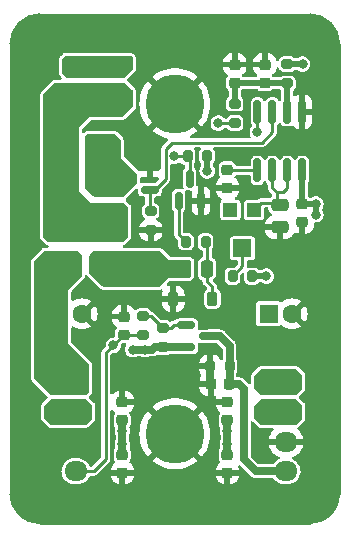
<source format=gbr>
%TF.GenerationSoftware,KiCad,Pcbnew,7.0.6*%
%TF.CreationDate,2024-05-19T20:46:52-05:00*%
%TF.ProjectId,Magic_Wand_Timer,4d616769-635f-4576-916e-645f54696d65,rev?*%
%TF.SameCoordinates,Original*%
%TF.FileFunction,Copper,L1,Top*%
%TF.FilePolarity,Positive*%
%FSLAX46Y46*%
G04 Gerber Fmt 4.6, Leading zero omitted, Abs format (unit mm)*
G04 Created by KiCad (PCBNEW 7.0.6) date 2024-05-19 20:46:52*
%MOMM*%
%LPD*%
G01*
G04 APERTURE LIST*
G04 Aperture macros list*
%AMRoundRect*
0 Rectangle with rounded corners*
0 $1 Rounding radius*
0 $2 $3 $4 $5 $6 $7 $8 $9 X,Y pos of 4 corners*
0 Add a 4 corners polygon primitive as box body*
4,1,4,$2,$3,$4,$5,$6,$7,$8,$9,$2,$3,0*
0 Add four circle primitives for the rounded corners*
1,1,$1+$1,$2,$3*
1,1,$1+$1,$4,$5*
1,1,$1+$1,$6,$7*
1,1,$1+$1,$8,$9*
0 Add four rect primitives between the rounded corners*
20,1,$1+$1,$2,$3,$4,$5,0*
20,1,$1+$1,$4,$5,$6,$7,0*
20,1,$1+$1,$6,$7,$8,$9,0*
20,1,$1+$1,$8,$9,$2,$3,0*%
G04 Aperture macros list end*
%TA.AperFunction,SMDPad,CuDef*%
%ADD10RoundRect,0.200000X0.275000X-0.200000X0.275000X0.200000X-0.275000X0.200000X-0.275000X-0.200000X0*%
%TD*%
%TA.AperFunction,SMDPad,CuDef*%
%ADD11RoundRect,0.250000X-0.475000X0.250000X-0.475000X-0.250000X0.475000X-0.250000X0.475000X0.250000X0*%
%TD*%
%TA.AperFunction,SMDPad,CuDef*%
%ADD12RoundRect,0.225000X-0.250000X0.225000X-0.250000X-0.225000X0.250000X-0.225000X0.250000X0.225000X0*%
%TD*%
%TA.AperFunction,SMDPad,CuDef*%
%ADD13RoundRect,0.150000X0.587500X0.150000X-0.587500X0.150000X-0.587500X-0.150000X0.587500X-0.150000X0*%
%TD*%
%TA.AperFunction,ComponentPad*%
%ADD14C,5.000000*%
%TD*%
%TA.AperFunction,SMDPad,CuDef*%
%ADD15RoundRect,0.150000X-0.587500X-0.150000X0.587500X-0.150000X0.587500X0.150000X-0.587500X0.150000X0*%
%TD*%
%TA.AperFunction,SMDPad,CuDef*%
%ADD16RoundRect,0.150000X0.150000X-0.587500X0.150000X0.587500X-0.150000X0.587500X-0.150000X-0.587500X0*%
%TD*%
%TA.AperFunction,ComponentPad*%
%ADD17RoundRect,0.250000X-0.725000X0.600000X-0.725000X-0.600000X0.725000X-0.600000X0.725000X0.600000X0*%
%TD*%
%TA.AperFunction,ComponentPad*%
%ADD18O,1.950000X1.700000*%
%TD*%
%TA.AperFunction,SMDPad,CuDef*%
%ADD19RoundRect,0.200000X0.200000X0.275000X-0.200000X0.275000X-0.200000X-0.275000X0.200000X-0.275000X0*%
%TD*%
%TA.AperFunction,SMDPad,CuDef*%
%ADD20RoundRect,0.225000X0.250000X-0.225000X0.250000X0.225000X-0.250000X0.225000X-0.250000X-0.225000X0*%
%TD*%
%TA.AperFunction,SMDPad,CuDef*%
%ADD21RoundRect,0.225000X-0.225000X-0.250000X0.225000X-0.250000X0.225000X0.250000X-0.225000X0.250000X0*%
%TD*%
%TA.AperFunction,ComponentPad*%
%ADD22R,1.600000X1.600000*%
%TD*%
%TA.AperFunction,ComponentPad*%
%ADD23C,1.600000*%
%TD*%
%TA.AperFunction,SMDPad,CuDef*%
%ADD24R,1.200000X0.900000*%
%TD*%
%TA.AperFunction,SMDPad,CuDef*%
%ADD25RoundRect,0.225000X0.225000X0.375000X-0.225000X0.375000X-0.225000X-0.375000X0.225000X-0.375000X0*%
%TD*%
%TA.AperFunction,SMDPad,CuDef*%
%ADD26RoundRect,0.200000X-0.275000X0.200000X-0.275000X-0.200000X0.275000X-0.200000X0.275000X0.200000X0*%
%TD*%
%TA.AperFunction,ComponentPad*%
%ADD27RoundRect,0.250000X-0.750000X0.600000X-0.750000X-0.600000X0.750000X-0.600000X0.750000X0.600000X0*%
%TD*%
%TA.AperFunction,ComponentPad*%
%ADD28O,2.000000X1.700000*%
%TD*%
%TA.AperFunction,SMDPad,CuDef*%
%ADD29RoundRect,0.250000X-1.075000X0.375000X-1.075000X-0.375000X1.075000X-0.375000X1.075000X0.375000X0*%
%TD*%
%TA.AperFunction,SMDPad,CuDef*%
%ADD30R,1.200000X1.200000*%
%TD*%
%TA.AperFunction,SMDPad,CuDef*%
%ADD31R,1.600000X1.500000*%
%TD*%
%TA.AperFunction,SMDPad,CuDef*%
%ADD32RoundRect,0.250000X-0.250000X-0.475000X0.250000X-0.475000X0.250000X0.475000X-0.250000X0.475000X0*%
%TD*%
%TA.AperFunction,SMDPad,CuDef*%
%ADD33RoundRect,0.150000X-0.150000X0.825000X-0.150000X-0.825000X0.150000X-0.825000X0.150000X0.825000X0*%
%TD*%
%TA.AperFunction,ViaPad*%
%ADD34C,0.800000*%
%TD*%
%TA.AperFunction,Conductor*%
%ADD35C,0.635000*%
%TD*%
%TA.AperFunction,Conductor*%
%ADD36C,0.250000*%
%TD*%
%TA.AperFunction,Conductor*%
%ADD37C,0.508000*%
%TD*%
%TA.AperFunction,Conductor*%
%ADD38C,0.254000*%
%TD*%
%TA.AperFunction,Profile*%
%ADD39C,0.100000*%
%TD*%
G04 APERTURE END LIST*
D10*
%TO.P,R5,2*%
%TO.N,Filtered_Input*%
X171450000Y-91440000D03*
%TO.P,R5,1*%
%TO.N,Trigger*%
X171450000Y-93090000D03*
%TD*%
D11*
%TO.P,C14,1*%
%TO.N,Net-(U1-DIS)*%
X175260000Y-100015000D03*
%TO.P,C14,2*%
%TO.N,GND*%
X175260000Y-101915000D03*
%TD*%
D12*
%TO.P,C11,2*%
%TO.N,Filtered_Input*%
X171450000Y-89675000D03*
%TO.P,C11,1*%
%TO.N,GND*%
X171450000Y-88125000D03*
%TD*%
D13*
%TO.P,Q3,1,G*%
%TO.N,Output*%
X164259500Y-98740000D03*
%TO.P,Q3,2,S*%
%TO.N,GND*%
X164259500Y-96840000D03*
%TO.P,Q3,3,D*%
%TO.N,Net-(D2-A)*%
X162384500Y-97790000D03*
%TD*%
D14*
%TO.P,H2,1,1*%
%TO.N,GND*%
X166370000Y-91440000D03*
%TD*%
D15*
%TO.P,Q1,1,G*%
%TO.N,Net-(Q1-G)*%
X167337500Y-110175000D03*
%TO.P,Q1,2,S*%
%TO.N,+5V*%
X167337500Y-112075000D03*
%TO.P,Q1,3,D*%
%TO.N,Caddy_Trigger*%
X169212500Y-111125000D03*
%TD*%
D16*
%TO.P,Q2,1,B*%
%TO.N,Net-(Q2-B)*%
X166690000Y-99665000D03*
%TO.P,Q2,2,E*%
%TO.N,GND*%
X168590000Y-99665000D03*
%TO.P,Q2,3,C*%
%TO.N,ON_Delay*%
X167640000Y-97790000D03*
%TD*%
D17*
%TO.P,J1,1,Pin_1*%
%TO.N,+12V*%
X158005000Y-115055000D03*
D18*
%TO.P,J1,2,Pin_2*%
%TO.N,+5V*%
X158005000Y-117555000D03*
%TO.P,J1,3,Pin_3*%
%TO.N,GND*%
X158005000Y-120055000D03*
%TO.P,J1,4,Pin_4*%
%TO.N,Trigger*%
X158005000Y-122555000D03*
%TD*%
D19*
%TO.P,R8,2*%
%TO.N,Net-(R8-Pad2)*%
X171260000Y-106045000D03*
%TO.P,R8,1*%
%TO.N,+5V*%
X172910000Y-106045000D03*
%TD*%
D20*
%TO.P,C8,2*%
%TO.N,GND*%
X161925000Y-116700000D03*
%TO.P,C8,1*%
%TO.N,+5V*%
X161925000Y-118250000D03*
%TD*%
D21*
%TO.P,C4,2*%
%TO.N,Caddy_Trigger*%
X170955000Y-115189000D03*
%TO.P,C4,1*%
%TO.N,GND*%
X169405000Y-115189000D03*
%TD*%
D12*
%TO.P,C13,2*%
%TO.N,Filtered_Input*%
X173990000Y-89675000D03*
%TO.P,C13,1*%
%TO.N,GND*%
X173990000Y-88125000D03*
%TD*%
D22*
%TO.P,C5,1*%
%TO.N,+12V*%
X174304888Y-109220000D03*
D23*
%TO.P,C5,2*%
%TO.N,GND*%
X176304888Y-109220000D03*
%TD*%
D24*
%TO.P,D2,1,K*%
%TO.N,Net-(D2-K)*%
X162052000Y-91185000D03*
%TO.P,D2,2,A*%
%TO.N,Net-(D2-A)*%
X162052000Y-87885000D03*
%TD*%
D25*
%TO.P,D1,1,K*%
%TO.N,Net-(D1-K)*%
X169544000Y-107950000D03*
%TO.P,D1,2,A*%
%TO.N,GND*%
X166244000Y-107950000D03*
%TD*%
D26*
%TO.P,R9,2*%
%TO.N,GND*%
X164338000Y-102171000D03*
%TO.P,R9,1*%
%TO.N,Output*%
X164338000Y-100521000D03*
%TD*%
D21*
%TO.P,C15,2*%
%TO.N,Net-(D2-A)*%
X159271000Y-94742000D03*
%TO.P,C15,1*%
%TO.N,Net-(D2-K)*%
X157721000Y-94742000D03*
%TD*%
D27*
%TO.P,J3,1,Pin_1*%
%TO.N,Net-(D2-A)*%
X158005000Y-88305000D03*
D28*
%TO.P,J3,2,Pin_2*%
%TO.N,Net-(D2-K)*%
X158005000Y-90805000D03*
%TD*%
D12*
%TO.P,C3,2*%
%TO.N,GND*%
X161925000Y-122695000D03*
%TO.P,C3,1*%
%TO.N,+5V*%
X161925000Y-121145000D03*
%TD*%
D17*
%TO.P,J2,1,Pin_1*%
%TO.N,+12V*%
X175785000Y-115055000D03*
D18*
%TO.P,J2,2,Pin_2*%
%TO.N,+5V*%
X175785000Y-117555000D03*
%TO.P,J2,3,Pin_3*%
%TO.N,GND*%
X175785000Y-120055000D03*
%TO.P,J2,4,Pin_4*%
%TO.N,Caddy_Trigger*%
X175785000Y-122555000D03*
%TD*%
D12*
%TO.P,C6,2*%
%TO.N,GND*%
X177165000Y-101486000D03*
%TO.P,C6,1*%
%TO.N,+5V*%
X177165000Y-99936000D03*
%TD*%
D29*
%TO.P,F2,2*%
%TO.N,+12V*%
X156845000Y-104905000D03*
%TO.P,F2,1*%
%TO.N,Net-(D2-K)*%
X156845000Y-102105000D03*
%TD*%
D12*
%TO.P,C1,2*%
%TO.N,Trigger*%
X162052000Y-111011000D03*
%TO.P,C1,1*%
%TO.N,GND*%
X162052000Y-109461000D03*
%TD*%
D30*
%TO.P,RV1,1,1*%
%TO.N,Net-(U1-DIS)*%
X173085000Y-100435000D03*
D31*
%TO.P,RV1,2,2*%
%TO.N,Net-(R8-Pad2)*%
X172085000Y-103685000D03*
D30*
%TO.P,RV1,3,3*%
%TO.N,unconnected-(RV1-Pad3)*%
X171085000Y-100435000D03*
%TD*%
D12*
%TO.P,C12,2*%
%TO.N,GND*%
X170815000Y-122695000D03*
%TO.P,C12,1*%
%TO.N,+5V*%
X170815000Y-121145000D03*
%TD*%
D10*
%TO.P,R2,2*%
%TO.N,Net-(Q1-G)*%
X165354000Y-110427000D03*
%TO.P,R2,1*%
%TO.N,+5V*%
X165354000Y-112077000D03*
%TD*%
D19*
%TO.P,R3,2*%
%TO.N,GND*%
X169355000Y-113665000D03*
%TO.P,R3,1*%
%TO.N,Caddy_Trigger*%
X171005000Y-113665000D03*
%TD*%
D22*
%TO.P,C2,1*%
%TO.N,+12V*%
X156524888Y-109220000D03*
D23*
%TO.P,C2,2*%
%TO.N,GND*%
X158524888Y-109220000D03*
%TD*%
D32*
%TO.P,C10,1*%
%TO.N,+5V*%
X167198000Y-105410000D03*
%TO.P,C10,2*%
%TO.N,Net-(D1-K)*%
X169098000Y-105410000D03*
%TD*%
D20*
%TO.P,C9,2*%
%TO.N,Net-(U1-CV)*%
X170815000Y-97015000D03*
%TO.P,C9,1*%
%TO.N,GND*%
X170815000Y-98565000D03*
%TD*%
D33*
%TO.P,U1,1,GND*%
%TO.N,GND*%
X177165000Y-92140000D03*
%TO.P,U1,2,TR*%
%TO.N,Filtered_Input*%
X175895000Y-92140000D03*
%TO.P,U1,3,Q*%
%TO.N,Output*%
X174625000Y-92140000D03*
%TO.P,U1,4,R*%
%TO.N,ON_Delay*%
X173355000Y-92140000D03*
%TO.P,U1,5,CV*%
%TO.N,Net-(U1-CV)*%
X173355000Y-97090000D03*
%TO.P,U1,6,THR*%
%TO.N,Net-(U1-DIS)*%
X174625000Y-97090000D03*
%TO.P,U1,7,DIS*%
X175895000Y-97090000D03*
%TO.P,U1,8,VCC*%
%TO.N,+5V*%
X177165000Y-97090000D03*
%TD*%
D29*
%TO.P,F1,2*%
%TO.N,+5V*%
X160655000Y-104905000D03*
%TO.P,F1,1*%
%TO.N,Net-(D2-K)*%
X160655000Y-102105000D03*
%TD*%
D14*
%TO.P,H1,1,1*%
%TO.N,GND*%
X166370000Y-119380000D03*
%TD*%
D20*
%TO.P,C7,2*%
%TO.N,GND*%
X170815000Y-116700000D03*
%TO.P,C7,1*%
%TO.N,+5V*%
X170815000Y-118250000D03*
%TD*%
D26*
%TO.P,R4,2*%
%TO.N,Filtered_Input*%
X175895000Y-89725000D03*
%TO.P,R4,1*%
%TO.N,+5V*%
X175895000Y-88075000D03*
%TD*%
D19*
%TO.P,R6,2*%
%TO.N,Net-(Q2-B)*%
X167323000Y-103124000D03*
%TO.P,R6,1*%
%TO.N,Net-(D1-K)*%
X168973000Y-103124000D03*
%TD*%
D10*
%TO.P,R1,2*%
%TO.N,Net-(Q1-G)*%
X163703000Y-109411000D03*
%TO.P,R1,1*%
%TO.N,Trigger*%
X163703000Y-111061000D03*
%TD*%
D19*
%TO.P,R7,2*%
%TO.N,ON_Delay*%
X167450000Y-95885000D03*
%TO.P,R7,1*%
%TO.N,+5V*%
X169100000Y-95885000D03*
%TD*%
D34*
%TO.N,+12V*%
X156083000Y-114427000D03*
X156083000Y-115443000D03*
X173863000Y-114427000D03*
X173863000Y-115443000D03*
%TO.N,+5V*%
X173863000Y-116967000D03*
X173863000Y-118110000D03*
X156083000Y-116967000D03*
X156083000Y-118110000D03*
%TO.N,GND*%
X173736000Y-98806000D03*
X172500000Y-98806000D03*
X179070000Y-88900000D03*
X163830000Y-125730000D03*
X165735000Y-103124000D03*
X179070000Y-114300000D03*
X164719000Y-94869000D03*
X163322000Y-122695000D03*
X162052000Y-107950000D03*
X153670000Y-88900000D03*
X168402000Y-116713000D03*
X174625000Y-103505000D03*
X165735000Y-102108000D03*
X162687000Y-94869000D03*
X153670000Y-93980000D03*
X163703000Y-93853000D03*
X153670000Y-119380000D03*
X177165000Y-89916000D03*
X169037000Y-101600000D03*
X173863000Y-120650000D03*
X167894000Y-101600000D03*
X177165000Y-102997000D03*
X160020000Y-85090000D03*
X156083000Y-119507000D03*
X169418000Y-117729000D03*
X154940000Y-85090000D03*
X169291000Y-112268000D03*
X175260000Y-85090000D03*
X179070000Y-99060000D03*
X179070000Y-93980000D03*
X168910000Y-125730000D03*
X163703000Y-95885000D03*
X173990000Y-125730000D03*
X153670000Y-124460000D03*
X179070000Y-109220000D03*
X162687000Y-95885000D03*
X179070000Y-104140000D03*
X163703000Y-94869000D03*
X169418000Y-122682000D03*
X153670000Y-99060000D03*
X163322000Y-116840000D03*
X177165000Y-94234000D03*
X153670000Y-114300000D03*
X170180000Y-85090000D03*
X153670000Y-109220000D03*
X165100000Y-85090000D03*
X175641000Y-103505000D03*
X163750000Y-107950000D03*
X156083000Y-120650000D03*
X179070000Y-119380000D03*
X179070000Y-124460000D03*
X153670000Y-104140000D03*
X173863000Y-119507000D03*
X158750000Y-125730000D03*
X169418000Y-116713000D03*
%TO.N,+5V*%
X170815000Y-119126000D03*
X178308000Y-100838000D03*
X170815000Y-120269000D03*
X161925000Y-120269000D03*
X162814000Y-112268000D03*
X163830000Y-105791000D03*
X162814000Y-105791000D03*
X163825228Y-112268000D03*
X169113200Y-97129600D03*
X163830000Y-104775000D03*
X164846000Y-104775000D03*
X161925000Y-119126000D03*
X162814000Y-104775000D03*
X177190400Y-88087200D03*
X174117000Y-106045000D03*
X164846000Y-105791000D03*
X178308000Y-99949000D03*
%TO.N,Trigger*%
X170053000Y-93091000D03*
X161169500Y-111893500D03*
%TO.N,Net-(D2-A)*%
X160528000Y-98298000D03*
X159385000Y-96012000D03*
X160528000Y-94742000D03*
X159385000Y-98298000D03*
X160528000Y-96012000D03*
X160528000Y-97155000D03*
X159385000Y-97155000D03*
%TO.N,ON_Delay*%
X166332500Y-95885000D03*
X173355000Y-93853000D03*
%TD*%
D35*
%TO.N,Caddy_Trigger*%
X173228000Y-122555000D02*
X175785000Y-122555000D01*
X172212000Y-115570000D02*
X172212000Y-121539000D01*
X171831000Y-115189000D02*
X172212000Y-115570000D01*
X172212000Y-121539000D02*
X173228000Y-122555000D01*
X170955000Y-115189000D02*
X171831000Y-115189000D01*
D36*
%TO.N,Trigger*%
X159512000Y-122555000D02*
X158005000Y-122555000D01*
X160528000Y-112535000D02*
X160528000Y-121539000D01*
X160528000Y-121539000D02*
X159512000Y-122555000D01*
X161169500Y-111893500D02*
X160528000Y-112535000D01*
D35*
%TO.N,GND*%
X169405000Y-115189000D02*
X169418000Y-115202000D01*
X161938000Y-116713000D02*
X161925000Y-116700000D01*
X169355000Y-115139000D02*
X169405000Y-115189000D01*
X170802000Y-122682000D02*
X170815000Y-122695000D01*
X170802000Y-116713000D02*
X170815000Y-116700000D01*
X169355000Y-113665000D02*
X169355000Y-115139000D01*
D36*
%TO.N,Net-(U1-CV)*%
X173355000Y-97090000D02*
X170890000Y-97090000D01*
X170890000Y-97090000D02*
X170815000Y-97015000D01*
D37*
%TO.N,+5V*%
X178295000Y-99936000D02*
X178308000Y-99949000D01*
X178308000Y-99949000D02*
X178308000Y-100838000D01*
X175907200Y-88087200D02*
X175895000Y-88075000D01*
D35*
X161925000Y-119126000D02*
X161925000Y-121145000D01*
X165354000Y-112077000D02*
X164656000Y-112077000D01*
X164656000Y-112077000D02*
X164465000Y-112268000D01*
X164465000Y-112268000D02*
X162814000Y-112268000D01*
D37*
X169113200Y-95898200D02*
X169100000Y-95885000D01*
D35*
X161925000Y-118250000D02*
X161925000Y-119126000D01*
D37*
X177165000Y-99936000D02*
X178295000Y-99936000D01*
X172910000Y-106045000D02*
X174117000Y-106045000D01*
D35*
X165356000Y-112075000D02*
X165354000Y-112077000D01*
X170815000Y-118250000D02*
X170815000Y-121145000D01*
D37*
X177190400Y-88087200D02*
X175907200Y-88087200D01*
X169113200Y-97129600D02*
X169113200Y-95898200D01*
X177165000Y-97090000D02*
X177165000Y-99936000D01*
D35*
X167337500Y-112075000D02*
X165356000Y-112075000D01*
D37*
%TO.N,Filtered_Input*%
X171450000Y-91440000D02*
X171450000Y-89675000D01*
X171450000Y-89675000D02*
X173990000Y-89675000D01*
X173990000Y-89675000D02*
X175845000Y-89675000D01*
X175845000Y-89675000D02*
X175895000Y-89725000D01*
X175895000Y-89725000D02*
X175895000Y-92140000D01*
D36*
%TO.N,Net-(U1-DIS)*%
X174625000Y-97090000D02*
X174625000Y-98552000D01*
X175006000Y-98933000D02*
X175514000Y-98933000D01*
X174625000Y-98552000D02*
X175006000Y-98933000D01*
X175067000Y-99822000D02*
X175260000Y-100015000D01*
X175006000Y-98933000D02*
X175006000Y-99761000D01*
X173698000Y-99822000D02*
X175067000Y-99822000D01*
X175895000Y-98552000D02*
X175895000Y-97090000D01*
X175006000Y-99761000D02*
X175260000Y-100015000D01*
X175514000Y-98933000D02*
X175895000Y-98552000D01*
X173085000Y-100435000D02*
X173698000Y-99822000D01*
%TO.N,Trigger*%
X161169500Y-111893500D02*
X162052000Y-111011000D01*
X163653000Y-111011000D02*
X163703000Y-111061000D01*
X171449000Y-93091000D02*
X171450000Y-93090000D01*
X162052000Y-111011000D02*
X163653000Y-111011000D01*
X170053000Y-93091000D02*
X171449000Y-93091000D01*
%TO.N,Output*%
X166116000Y-94742000D02*
X173736000Y-94742000D01*
X164259500Y-100442500D02*
X164338000Y-100521000D01*
X174625000Y-93853000D02*
X174625000Y-92140000D01*
X164259500Y-98740000D02*
X164658000Y-98740000D01*
X165608000Y-97790000D02*
X165608000Y-95250000D01*
X164658000Y-98740000D02*
X165608000Y-97790000D01*
X165608000Y-95250000D02*
X166116000Y-94742000D01*
X164259500Y-98740000D02*
X164259500Y-100442500D01*
X173736000Y-94742000D02*
X174625000Y-93853000D01*
D38*
%TO.N,Net-(D1-K)*%
X169098000Y-103249000D02*
X168973000Y-103124000D01*
X169098000Y-106487000D02*
X169544000Y-106933000D01*
X169544000Y-106933000D02*
X169544000Y-107950000D01*
X169098000Y-105410000D02*
X169098000Y-103249000D01*
X169098000Y-105410000D02*
X169098000Y-106487000D01*
D35*
%TO.N,Caddy_Trigger*%
X171005000Y-111950000D02*
X171005000Y-113665000D01*
X171005000Y-115139000D02*
X170955000Y-115189000D01*
X171005000Y-113665000D02*
X171005000Y-115139000D01*
X170180000Y-111125000D02*
X171005000Y-111950000D01*
X169212500Y-111125000D02*
X170180000Y-111125000D01*
D36*
%TO.N,Net-(Q1-G)*%
X166052000Y-110427000D02*
X166304000Y-110175000D01*
X165354000Y-110427000D02*
X166052000Y-110427000D01*
X163703000Y-109411000D02*
X164338000Y-109411000D01*
X164338000Y-109411000D02*
X165354000Y-110427000D01*
X166304000Y-110175000D02*
X167337500Y-110175000D01*
D38*
%TO.N,Net-(Q2-B)*%
X166690000Y-102491000D02*
X166690000Y-99665000D01*
X167323000Y-103124000D02*
X166690000Y-102491000D01*
%TO.N,ON_Delay*%
X167640000Y-96075000D02*
X167450000Y-95885000D01*
X173355000Y-92140000D02*
X173355000Y-93853000D01*
X167640000Y-97790000D02*
X167640000Y-96075000D01*
X166332500Y-95885000D02*
X167450000Y-95885000D01*
D36*
%TO.N,Net-(R8-Pad2)*%
X172085000Y-105220000D02*
X171260000Y-106045000D01*
X172085000Y-103685000D02*
X172085000Y-105220000D01*
%TD*%
%TA.AperFunction,Conductor*%
%TO.N,GND*%
G36*
X172989203Y-118365638D02*
G01*
X172995681Y-118371670D01*
X173394099Y-118770087D01*
X173394100Y-118770088D01*
X173404443Y-118779380D01*
X173404443Y-118779379D01*
X173430497Y-118800374D01*
X173430499Y-118800375D01*
X173520207Y-118847301D01*
X173520212Y-118847304D01*
X173570340Y-118862022D01*
X173587250Y-118866988D01*
X173587254Y-118866988D01*
X173587256Y-118866989D01*
X173599069Y-118868687D01*
X173660362Y-118877500D01*
X173660363Y-118877500D01*
X174628950Y-118877500D01*
X174695989Y-118897185D01*
X174741744Y-118949989D01*
X174751688Y-119019147D01*
X174722663Y-119082703D01*
X174716631Y-119089181D01*
X174621894Y-119183917D01*
X174486399Y-119377421D01*
X174386570Y-119591507D01*
X174386567Y-119591513D01*
X174329364Y-119804999D01*
X174329364Y-119805000D01*
X175381031Y-119805000D01*
X175348481Y-119855649D01*
X175310000Y-119986705D01*
X175310000Y-120123295D01*
X175348481Y-120254351D01*
X175381031Y-120305000D01*
X174329364Y-120305000D01*
X174386567Y-120518486D01*
X174386570Y-120518492D01*
X174486399Y-120732577D01*
X174486400Y-120732579D01*
X174621886Y-120926073D01*
X174621891Y-120926079D01*
X174788920Y-121093108D01*
X174788926Y-121093113D01*
X174982420Y-121228599D01*
X174982422Y-121228600D01*
X175194476Y-121327483D01*
X175246915Y-121373655D01*
X175266067Y-121440849D01*
X175245851Y-121507730D01*
X175198891Y-121550080D01*
X175060145Y-121621608D01*
X174894343Y-121751997D01*
X174894339Y-121752001D01*
X174756204Y-121911417D01*
X174750671Y-121921001D01*
X174700104Y-121969216D01*
X174643285Y-121983000D01*
X173516292Y-121983000D01*
X173449253Y-121963315D01*
X173428611Y-121946681D01*
X172820318Y-121338388D01*
X172786833Y-121277065D01*
X172784000Y-121250716D01*
X172784000Y-118459351D01*
X172803685Y-118392312D01*
X172856489Y-118346557D01*
X172925647Y-118336613D01*
X172989203Y-118365638D01*
G37*
%TD.AperFunction*%
%TA.AperFunction,Conductor*%
G36*
X164509500Y-97640000D02*
G01*
X164912644Y-97640000D01*
X164912624Y-97640001D01*
X164912553Y-97640006D01*
X164980935Y-97654348D01*
X165030708Y-97703384D01*
X165046069Y-97771544D01*
X165022141Y-97837189D01*
X165010003Y-97851302D01*
X164712125Y-98149181D01*
X164650802Y-98182666D01*
X164624444Y-98185500D01*
X163640164Y-98185500D01*
X163597896Y-98192194D01*
X163528603Y-98183238D01*
X163475151Y-98138241D01*
X163454513Y-98071489D01*
X163454500Y-98069720D01*
X163454500Y-97762191D01*
X163474185Y-97695152D01*
X163526989Y-97649397D01*
X163588230Y-97638573D01*
X163606356Y-97640000D01*
X164009500Y-97640000D01*
X164009500Y-97155000D01*
X164509500Y-97155000D01*
X164509500Y-97640000D01*
G37*
%TD.AperFunction*%
%TA.AperFunction,Conductor*%
G36*
X162845156Y-96678156D02*
G01*
X162813954Y-96660965D01*
X162093819Y-95940830D01*
X162076965Y-95909965D01*
X162845156Y-96678156D01*
G37*
%TD.AperFunction*%
%TA.AperFunction,Conductor*%
G36*
X165228500Y-95257824D02*
G01*
X165228500Y-95958807D01*
X165227000Y-95963915D01*
X165227000Y-95221576D01*
X165228500Y-95257824D01*
G37*
%TD.AperFunction*%
%TA.AperFunction,Conductor*%
G36*
X177801737Y-83820598D02*
G01*
X177835041Y-83822467D01*
X177915603Y-83826992D01*
X178087691Y-83837401D01*
X178094297Y-83838160D01*
X178165907Y-83850327D01*
X178230343Y-83861277D01*
X178323462Y-83878340D01*
X178379227Y-83888560D01*
X178385198Y-83889963D01*
X178522032Y-83929384D01*
X178662850Y-83973265D01*
X178668092Y-83975164D01*
X178801420Y-84030391D01*
X178934609Y-84090334D01*
X178939147Y-84092605D01*
X179012221Y-84132991D01*
X179066422Y-84162947D01*
X179066439Y-84162956D01*
X179190935Y-84238217D01*
X179194739Y-84240711D01*
X179312726Y-84324427D01*
X179315072Y-84326176D01*
X179410416Y-84400874D01*
X179428332Y-84414910D01*
X179431409Y-84417486D01*
X179539430Y-84514018D01*
X179541957Y-84516408D01*
X179643590Y-84618041D01*
X179645980Y-84620568D01*
X179742512Y-84728589D01*
X179745088Y-84731666D01*
X179833811Y-84844912D01*
X179835571Y-84847272D01*
X179919287Y-84965259D01*
X179921781Y-84969063D01*
X179997043Y-85093560D01*
X180067393Y-85220851D01*
X180069668Y-85225398D01*
X180129609Y-85358581D01*
X180184831Y-85491899D01*
X180186744Y-85497183D01*
X180209633Y-85570634D01*
X180230631Y-85638021D01*
X180270032Y-85774790D01*
X180271440Y-85780781D01*
X180298722Y-85929656D01*
X180321835Y-86065683D01*
X180322599Y-86072330D01*
X180333012Y-86244475D01*
X180339402Y-86358263D01*
X180339500Y-86361741D01*
X180339500Y-124458258D01*
X180339402Y-124461736D01*
X180333012Y-124575524D01*
X180322599Y-124747668D01*
X180321835Y-124754315D01*
X180298722Y-124890343D01*
X180271440Y-125039217D01*
X180270032Y-125045208D01*
X180230625Y-125182001D01*
X180186744Y-125322815D01*
X180184831Y-125328099D01*
X180129609Y-125461418D01*
X180069668Y-125594600D01*
X180067394Y-125599147D01*
X179997043Y-125726439D01*
X179921781Y-125850936D01*
X179919287Y-125854739D01*
X179835571Y-125972726D01*
X179833811Y-125975086D01*
X179745088Y-126088332D01*
X179742512Y-126091409D01*
X179645980Y-126199430D01*
X179643590Y-126201957D01*
X179541957Y-126303590D01*
X179539430Y-126305980D01*
X179431409Y-126402512D01*
X179428332Y-126405088D01*
X179315086Y-126493811D01*
X179312726Y-126495571D01*
X179194739Y-126579287D01*
X179190936Y-126581781D01*
X179066439Y-126657043D01*
X178939147Y-126727394D01*
X178934600Y-126729668D01*
X178801418Y-126789609D01*
X178668099Y-126844831D01*
X178662815Y-126846744D01*
X178545231Y-126883385D01*
X178521990Y-126890627D01*
X178385208Y-126930032D01*
X178379217Y-126931440D01*
X178230343Y-126958722D01*
X178094315Y-126981835D01*
X178087668Y-126982599D01*
X177915524Y-126993012D01*
X177801736Y-126999402D01*
X177798258Y-126999500D01*
X154941742Y-126999500D01*
X154938265Y-126999402D01*
X154824475Y-126993012D01*
X154652330Y-126982599D01*
X154645683Y-126981835D01*
X154509656Y-126958722D01*
X154360781Y-126931440D01*
X154354790Y-126930032D01*
X154218021Y-126890631D01*
X154150634Y-126869633D01*
X154077183Y-126846744D01*
X154071899Y-126844831D01*
X153938581Y-126789609D01*
X153805398Y-126729668D01*
X153800851Y-126727393D01*
X153673560Y-126657043D01*
X153549063Y-126581781D01*
X153545259Y-126579287D01*
X153427272Y-126495571D01*
X153424912Y-126493811D01*
X153311666Y-126405088D01*
X153308589Y-126402512D01*
X153200568Y-126305980D01*
X153198041Y-126303590D01*
X153096408Y-126201957D01*
X153094018Y-126199430D01*
X152997486Y-126091409D01*
X152994910Y-126088332D01*
X152980874Y-126070416D01*
X152906176Y-125975072D01*
X152904427Y-125972726D01*
X152820711Y-125854739D01*
X152818217Y-125850935D01*
X152742956Y-125726439D01*
X152672605Y-125599147D01*
X152670330Y-125594600D01*
X152610390Y-125461418D01*
X152555167Y-125328099D01*
X152553265Y-125322850D01*
X152509375Y-125182001D01*
X152469963Y-125045198D01*
X152468560Y-125039227D01*
X152458340Y-124983462D01*
X152441277Y-124890343D01*
X152430327Y-124825907D01*
X152418160Y-124754297D01*
X152417401Y-124747691D01*
X152406994Y-124575652D01*
X152400596Y-124461717D01*
X152400500Y-124458294D01*
X152400500Y-122502210D01*
X156771733Y-122502210D01*
X156781768Y-122712899D01*
X156831498Y-122917886D01*
X156831498Y-122917888D01*
X156919123Y-123109762D01*
X156919127Y-123109768D01*
X157041473Y-123281579D01*
X157041478Y-123281584D01*
X157194138Y-123427145D01*
X157371587Y-123541184D01*
X157567411Y-123619580D01*
X157774533Y-123659500D01*
X158182618Y-123659500D01*
X158324944Y-123645908D01*
X158339979Y-123644473D01*
X158542368Y-123585047D01*
X158729854Y-123488391D01*
X158895659Y-123358000D01*
X159033792Y-123198587D01*
X159045059Y-123179073D01*
X159139258Y-123015914D01*
X159139259Y-123015913D01*
X159139260Y-123015908D01*
X159141711Y-123010544D01*
X159143306Y-123011272D01*
X159179084Y-122961030D01*
X159219125Y-122945000D01*
X160950001Y-122945000D01*
X160950001Y-122968322D01*
X160960144Y-123067607D01*
X161013452Y-123228481D01*
X161013457Y-123228492D01*
X161102424Y-123372728D01*
X161102427Y-123372732D01*
X161222267Y-123492572D01*
X161222271Y-123492575D01*
X161366507Y-123581542D01*
X161366518Y-123581547D01*
X161527393Y-123634855D01*
X161626683Y-123644999D01*
X161674999Y-123644998D01*
X161675000Y-123644998D01*
X161675000Y-122945000D01*
X162175000Y-122945000D01*
X162175000Y-123644999D01*
X162223308Y-123644999D01*
X162223322Y-123644998D01*
X162322607Y-123634855D01*
X162483481Y-123581547D01*
X162483492Y-123581542D01*
X162627728Y-123492575D01*
X162627732Y-123492572D01*
X162747572Y-123372732D01*
X162747575Y-123372728D01*
X162836542Y-123228492D01*
X162836547Y-123228481D01*
X162889855Y-123067606D01*
X162899999Y-122968322D01*
X162900000Y-122968309D01*
X162900000Y-122945000D01*
X169840001Y-122945000D01*
X169840001Y-122968322D01*
X169850144Y-123067607D01*
X169903452Y-123228481D01*
X169903457Y-123228492D01*
X169992424Y-123372728D01*
X169992427Y-123372732D01*
X170112267Y-123492572D01*
X170112271Y-123492575D01*
X170256507Y-123581542D01*
X170256518Y-123581547D01*
X170417393Y-123634855D01*
X170516683Y-123644999D01*
X170564999Y-123644998D01*
X170565000Y-122945000D01*
X171065000Y-122945000D01*
X171065000Y-123644999D01*
X171113308Y-123644999D01*
X171113322Y-123644998D01*
X171212607Y-123634855D01*
X171373481Y-123581547D01*
X171373492Y-123581542D01*
X171517728Y-123492575D01*
X171517732Y-123492572D01*
X171637572Y-123372732D01*
X171637575Y-123372728D01*
X171726542Y-123228492D01*
X171726547Y-123228481D01*
X171779855Y-123067606D01*
X171789999Y-122968322D01*
X171790000Y-122968309D01*
X171790000Y-122945000D01*
X171065000Y-122945000D01*
X170565000Y-122945000D01*
X169840001Y-122945000D01*
X162900000Y-122945000D01*
X162175000Y-122945000D01*
X161675000Y-122945000D01*
X160950001Y-122945000D01*
X159219125Y-122945000D01*
X159243949Y-122935062D01*
X159255736Y-122934500D01*
X159459780Y-122934500D01*
X159485225Y-122937139D01*
X159489120Y-122937955D01*
X159496100Y-122939419D01*
X159514616Y-122937110D01*
X159531740Y-122934977D01*
X159539416Y-122934500D01*
X159543440Y-122934500D01*
X159543443Y-122934500D01*
X159560875Y-122931590D01*
X159566716Y-122930616D01*
X159572819Y-122929855D01*
X159621783Y-122923752D01*
X159621788Y-122923749D01*
X159629391Y-122921486D01*
X159636923Y-122918900D01*
X159636927Y-122918900D01*
X159685705Y-122892502D01*
X159735568Y-122868126D01*
X159735570Y-122868123D01*
X159742001Y-122863533D01*
X159748309Y-122858622D01*
X159748316Y-122858619D01*
X159785880Y-122817813D01*
X160759425Y-121844267D01*
X160779279Y-121828145D01*
X160788582Y-121822068D01*
X160810640Y-121793726D01*
X160815729Y-121787963D01*
X160818581Y-121785113D01*
X160832294Y-121765906D01*
X160866375Y-121722119D01*
X160866376Y-121722113D01*
X160870159Y-121715126D01*
X160873653Y-121707978D01*
X160889479Y-121654818D01*
X160900880Y-121621608D01*
X160907500Y-121602327D01*
X160907500Y-121602324D01*
X160908802Y-121594521D01*
X160909792Y-121586588D01*
X160907500Y-121531174D01*
X160907500Y-117482167D01*
X160927185Y-117415128D01*
X160979989Y-117369373D01*
X161049147Y-117359429D01*
X161112703Y-117388454D01*
X161119181Y-117394486D01*
X161222267Y-117497572D01*
X161222271Y-117497575D01*
X161276851Y-117531241D01*
X161323576Y-117583189D01*
X161334797Y-117652151D01*
X161311021Y-117711090D01*
X161249824Y-117792837D01*
X161249823Y-117792839D01*
X161201641Y-117922021D01*
X161201640Y-117922025D01*
X161201640Y-117922027D01*
X161195500Y-117979136D01*
X161195500Y-118520864D01*
X161201640Y-118577973D01*
X161201641Y-118577978D01*
X161249823Y-118707160D01*
X161249825Y-118707163D01*
X161297944Y-118771442D01*
X161322361Y-118836907D01*
X161314619Y-118889723D01*
X161284851Y-118968214D01*
X161284851Y-118968216D01*
X161265693Y-119125999D01*
X161265693Y-119126000D01*
X161284850Y-119283782D01*
X161343873Y-119439409D01*
X161341845Y-119440177D01*
X161353000Y-119485416D01*
X161353000Y-119909583D01*
X161341853Y-119954827D01*
X161343873Y-119955593D01*
X161341214Y-119962603D01*
X161341213Y-119962605D01*
X161336615Y-119974730D01*
X161284850Y-120111218D01*
X161265693Y-120268999D01*
X161265693Y-120269000D01*
X161284851Y-120426782D01*
X161314619Y-120505275D01*
X161319986Y-120574938D01*
X161297944Y-120623556D01*
X161249827Y-120687832D01*
X161249823Y-120687839D01*
X161201641Y-120817021D01*
X161201640Y-120817025D01*
X161201640Y-120817027D01*
X161195500Y-120874136D01*
X161195500Y-121415864D01*
X161200840Y-121465528D01*
X161201641Y-121472978D01*
X161249823Y-121602160D01*
X161249824Y-121602161D01*
X161249825Y-121602163D01*
X161301157Y-121670734D01*
X161311020Y-121683909D01*
X161335437Y-121749373D01*
X161320586Y-121817646D01*
X161276852Y-121863757D01*
X161222271Y-121897424D01*
X161222267Y-121897427D01*
X161102427Y-122017267D01*
X161102424Y-122017271D01*
X161013457Y-122161507D01*
X161013452Y-122161518D01*
X160960144Y-122322393D01*
X160950000Y-122421677D01*
X160950000Y-122445000D01*
X162899999Y-122445000D01*
X162899999Y-122421692D01*
X162899998Y-122421677D01*
X162889855Y-122322392D01*
X162836547Y-122161518D01*
X162836542Y-122161507D01*
X162747575Y-122017271D01*
X162747572Y-122017267D01*
X162627733Y-121897428D01*
X162573147Y-121863758D01*
X162526424Y-121811809D01*
X162515203Y-121742846D01*
X162538980Y-121683909D01*
X162600175Y-121602163D01*
X162648360Y-121472973D01*
X162654500Y-121415864D01*
X162654500Y-120874136D01*
X162648360Y-120817027D01*
X162616863Y-120732579D01*
X162600176Y-120687839D01*
X162600175Y-120687838D01*
X162600175Y-120687837D01*
X162552054Y-120623556D01*
X162527638Y-120558093D01*
X162535380Y-120505274D01*
X162565149Y-120426782D01*
X162584307Y-120269000D01*
X162565149Y-120111218D01*
X162508787Y-119962605D01*
X162508785Y-119962602D01*
X162506127Y-119955593D01*
X162508146Y-119954827D01*
X162497000Y-119909583D01*
X162497000Y-119485416D01*
X162508154Y-119440177D01*
X162506127Y-119439409D01*
X162528657Y-119380003D01*
X163364916Y-119380003D01*
X163385235Y-119728869D01*
X163385236Y-119728880D01*
X163445914Y-120073002D01*
X163445916Y-120073011D01*
X163546145Y-120407800D01*
X163684555Y-120728670D01*
X163684561Y-120728683D01*
X163859289Y-121031322D01*
X164067972Y-121311631D01*
X164067976Y-121311636D01*
X164076147Y-121320297D01*
X164076148Y-121320298D01*
X165323665Y-120072781D01*
X165462855Y-120247320D01*
X165632299Y-120395358D01*
X165679808Y-120423743D01*
X164432817Y-121670733D01*
X164432818Y-121670734D01*
X164575480Y-121790442D01*
X164867461Y-121982480D01*
X165179739Y-122139314D01*
X165179745Y-122139316D01*
X165508130Y-122258838D01*
X165508133Y-122258839D01*
X165848171Y-122339429D01*
X166195276Y-122379999D01*
X166195277Y-122380000D01*
X166544723Y-122380000D01*
X166544723Y-122379999D01*
X166891827Y-122339429D01*
X166891829Y-122339429D01*
X167231866Y-122258839D01*
X167231869Y-122258838D01*
X167560254Y-122139316D01*
X167560260Y-122139314D01*
X167872538Y-121982480D01*
X168164515Y-121790445D01*
X168307180Y-121670734D01*
X168307181Y-121670733D01*
X167060125Y-120423678D01*
X167195747Y-120325144D01*
X167351239Y-120162512D01*
X167412801Y-120069248D01*
X168663850Y-121320297D01*
X168672032Y-121311625D01*
X168880710Y-121031322D01*
X169055438Y-120728683D01*
X169055444Y-120728670D01*
X169193854Y-120407800D01*
X169294083Y-120073011D01*
X169294085Y-120073002D01*
X169354763Y-119728880D01*
X169354764Y-119728869D01*
X169375084Y-119380003D01*
X169375084Y-119379996D01*
X169354764Y-119031130D01*
X169354763Y-119031119D01*
X169294085Y-118686997D01*
X169294083Y-118686988D01*
X169193854Y-118352199D01*
X169055444Y-118031329D01*
X169055438Y-118031316D01*
X168880710Y-117728677D01*
X168672029Y-117448371D01*
X168663850Y-117439701D01*
X168663850Y-117439700D01*
X167416333Y-118687217D01*
X167277145Y-118512680D01*
X167107701Y-118364642D01*
X167060190Y-118336255D01*
X168307181Y-117089265D01*
X168307180Y-117089264D01*
X168164519Y-116969557D01*
X167872538Y-116777519D01*
X167560260Y-116620685D01*
X167560254Y-116620683D01*
X167231869Y-116501161D01*
X167231866Y-116501160D01*
X166891828Y-116420570D01*
X166544723Y-116380000D01*
X166195277Y-116380000D01*
X165848172Y-116420570D01*
X165848170Y-116420570D01*
X165508133Y-116501160D01*
X165508130Y-116501161D01*
X165179745Y-116620683D01*
X165179739Y-116620685D01*
X164867461Y-116777519D01*
X164575485Y-116969554D01*
X164432817Y-117089264D01*
X165679874Y-118336321D01*
X165544253Y-118434856D01*
X165388761Y-118597488D01*
X165327198Y-118690751D01*
X164076148Y-117439701D01*
X164076146Y-117439701D01*
X164067973Y-117448366D01*
X163859289Y-117728677D01*
X163684561Y-118031316D01*
X163684555Y-118031329D01*
X163546145Y-118352199D01*
X163445916Y-118686988D01*
X163445914Y-118686997D01*
X163385236Y-119031119D01*
X163385235Y-119031130D01*
X163364916Y-119379996D01*
X163364916Y-119380003D01*
X162528657Y-119380003D01*
X162565149Y-119283782D01*
X162584307Y-119126000D01*
X162584307Y-119125999D01*
X162565149Y-118968220D01*
X162565149Y-118968218D01*
X162535379Y-118889724D01*
X162530013Y-118820061D01*
X162552056Y-118771442D01*
X162600175Y-118707163D01*
X162648360Y-118577973D01*
X162654500Y-118520864D01*
X162654500Y-117979136D01*
X162648360Y-117922027D01*
X162600175Y-117792837D01*
X162538977Y-117711088D01*
X162514561Y-117645627D01*
X162529412Y-117577354D01*
X162573148Y-117531240D01*
X162627733Y-117497571D01*
X162747572Y-117377732D01*
X162747575Y-117377728D01*
X162836542Y-117233492D01*
X162836547Y-117233481D01*
X162889855Y-117072606D01*
X162899999Y-116973322D01*
X162900000Y-116973309D01*
X162900000Y-116950000D01*
X161799000Y-116950000D01*
X161731961Y-116930315D01*
X161686206Y-116877511D01*
X161675000Y-116826000D01*
X161675000Y-115750000D01*
X162175000Y-115750000D01*
X162175000Y-116450000D01*
X162899999Y-116450000D01*
X162899999Y-116426692D01*
X162899998Y-116426677D01*
X162889855Y-116327392D01*
X162836547Y-116166518D01*
X162836542Y-116166507D01*
X162747575Y-116022271D01*
X162747572Y-116022267D01*
X162627732Y-115902427D01*
X162627728Y-115902424D01*
X162483492Y-115813457D01*
X162483481Y-115813452D01*
X162322606Y-115760144D01*
X162223322Y-115750000D01*
X162175000Y-115750000D01*
X161675000Y-115750000D01*
X161674999Y-115749999D01*
X161626693Y-115750000D01*
X161626675Y-115750001D01*
X161527392Y-115760144D01*
X161366518Y-115813452D01*
X161366507Y-115813457D01*
X161222271Y-115902424D01*
X161119181Y-116005514D01*
X161057858Y-116038998D01*
X160988166Y-116034014D01*
X160932233Y-115992142D01*
X160907816Y-115926677D01*
X160907500Y-115917832D01*
X160907500Y-115439000D01*
X168455001Y-115439000D01*
X168455001Y-115487322D01*
X168465144Y-115586607D01*
X168518452Y-115747481D01*
X168518457Y-115747492D01*
X168607424Y-115891728D01*
X168607427Y-115891732D01*
X168727267Y-116011572D01*
X168727271Y-116011575D01*
X168871507Y-116100542D01*
X168871518Y-116100547D01*
X169032393Y-116153855D01*
X169131683Y-116163999D01*
X169155000Y-116163998D01*
X169155000Y-115439000D01*
X168455001Y-115439000D01*
X160907500Y-115439000D01*
X160907500Y-114939000D01*
X168455000Y-114939000D01*
X169155000Y-114939000D01*
X169155000Y-114680000D01*
X169141319Y-114666319D01*
X169107834Y-114604996D01*
X169105000Y-114578638D01*
X169105000Y-113915000D01*
X168455001Y-113915000D01*
X168455001Y-113996582D01*
X168461408Y-114067102D01*
X168461409Y-114067107D01*
X168511981Y-114229396D01*
X168598474Y-114372473D01*
X168616310Y-114440028D01*
X168597895Y-114501720D01*
X168518457Y-114630507D01*
X168518452Y-114630518D01*
X168465144Y-114791393D01*
X168455000Y-114890677D01*
X168455000Y-114939000D01*
X160907500Y-114939000D01*
X160907500Y-113415000D01*
X168455000Y-113415000D01*
X169105000Y-113415000D01*
X169105000Y-112690000D01*
X169104999Y-112689999D01*
X169098436Y-112690000D01*
X169098417Y-112690001D01*
X169027897Y-112696408D01*
X169027892Y-112696409D01*
X168865603Y-112746981D01*
X168720122Y-112834927D01*
X168599927Y-112955122D01*
X168511980Y-113100604D01*
X168461409Y-113262893D01*
X168455000Y-113333427D01*
X168455000Y-113415000D01*
X160907500Y-113415000D01*
X160907500Y-112743555D01*
X160927185Y-112676516D01*
X160943819Y-112655874D01*
X161015374Y-112584319D01*
X161076697Y-112550834D01*
X161103055Y-112548000D01*
X161248972Y-112548000D01*
X161300411Y-112535320D01*
X161403293Y-112509963D01*
X161544029Y-112436099D01*
X161662998Y-112330701D01*
X161753287Y-112199895D01*
X161809649Y-112051282D01*
X161828807Y-111893500D01*
X161824065Y-111854446D01*
X161835525Y-111785523D01*
X161882429Y-111733737D01*
X161947161Y-111715500D01*
X162163825Y-111715500D01*
X162230864Y-111735185D01*
X162276619Y-111787989D01*
X162286563Y-111857147D01*
X162265875Y-111909940D01*
X162230214Y-111961602D01*
X162173850Y-112110218D01*
X162154693Y-112267999D01*
X162154693Y-112268000D01*
X162173850Y-112425781D01*
X162197225Y-112487413D01*
X162223358Y-112556321D01*
X162230214Y-112574397D01*
X162270166Y-112632277D01*
X162320502Y-112705201D01*
X162320504Y-112705203D01*
X162320506Y-112705205D01*
X162439469Y-112810598D01*
X162439471Y-112810599D01*
X162580207Y-112884463D01*
X162657367Y-112903481D01*
X162734528Y-112922500D01*
X162734529Y-112922500D01*
X162893472Y-112922500D01*
X162944911Y-112909821D01*
X163047793Y-112884463D01*
X163093885Y-112860271D01*
X163105449Y-112854203D01*
X163163074Y-112840000D01*
X163476154Y-112840000D01*
X163533779Y-112854203D01*
X163553042Y-112864312D01*
X163591435Y-112884463D01*
X163668595Y-112903481D01*
X163745756Y-112922500D01*
X163745757Y-112922500D01*
X163904700Y-112922500D01*
X163956139Y-112909820D01*
X164059021Y-112884463D01*
X164105113Y-112860271D01*
X164116677Y-112854203D01*
X164174302Y-112840000D01*
X164423447Y-112840000D01*
X164431545Y-112840530D01*
X164451891Y-112843209D01*
X164464999Y-112844935D01*
X164465000Y-112844935D01*
X164500560Y-112840253D01*
X164500583Y-112840251D01*
X164502489Y-112840000D01*
X164502492Y-112840000D01*
X164614322Y-112825277D01*
X164753468Y-112767641D01*
X164810411Y-112723946D01*
X164875577Y-112698753D01*
X164926850Y-112705281D01*
X164993549Y-112728621D01*
X165024251Y-112731500D01*
X165683748Y-112731499D01*
X165714451Y-112728621D01*
X165843773Y-112683369D01*
X165860221Y-112671229D01*
X165925848Y-112647259D01*
X165933854Y-112647000D01*
X167374985Y-112647000D01*
X167374992Y-112647000D01*
X167486822Y-112632277D01*
X167486822Y-112632276D01*
X167494880Y-112631216D01*
X167494975Y-112631940D01*
X167513511Y-112629500D01*
X167956839Y-112629500D01*
X168051552Y-112614499D01*
X168051553Y-112614498D01*
X168051555Y-112614498D01*
X168165723Y-112556326D01*
X168256326Y-112465723D01*
X168314498Y-112351555D01*
X168314498Y-112351553D01*
X168314499Y-112351552D01*
X168329500Y-112256839D01*
X168329500Y-111893161D01*
X168313343Y-111791154D01*
X168322297Y-111721860D01*
X168367293Y-111668408D01*
X168434045Y-111647768D01*
X168492110Y-111661270D01*
X168498445Y-111664498D01*
X168498446Y-111664498D01*
X168498448Y-111664499D01*
X168498447Y-111664499D01*
X168593161Y-111679500D01*
X168593166Y-111679500D01*
X169036489Y-111679500D01*
X169055024Y-111681940D01*
X169055120Y-111681216D01*
X169063177Y-111682276D01*
X169063178Y-111682277D01*
X169175008Y-111697000D01*
X169891708Y-111697000D01*
X169958747Y-111716685D01*
X169979389Y-111733319D01*
X170396681Y-112150610D01*
X170430166Y-112211933D01*
X170433000Y-112238291D01*
X170433000Y-113045058D01*
X170413315Y-113112097D01*
X170360511Y-113157852D01*
X170291353Y-113167796D01*
X170227797Y-113138771D01*
X170203459Y-113106076D01*
X170201898Y-113107020D01*
X170110072Y-112955122D01*
X169989877Y-112834927D01*
X169844395Y-112746980D01*
X169844396Y-112746980D01*
X169682105Y-112696409D01*
X169682106Y-112696409D01*
X169611572Y-112690000D01*
X169605000Y-112690000D01*
X169605000Y-114173999D01*
X169618681Y-114187681D01*
X169652166Y-114249004D01*
X169655000Y-114275362D01*
X169655000Y-116163999D01*
X169678308Y-116163999D01*
X169678317Y-116163998D01*
X169721642Y-116159572D01*
X169790335Y-116172341D01*
X169841220Y-116220221D01*
X169858142Y-116288010D01*
X169851955Y-116321925D01*
X169850144Y-116327389D01*
X169850144Y-116327391D01*
X169840000Y-116426677D01*
X169840000Y-116450000D01*
X170941000Y-116450000D01*
X171008039Y-116469685D01*
X171053794Y-116522489D01*
X171065000Y-116574000D01*
X171065000Y-116826000D01*
X171045315Y-116893039D01*
X170992511Y-116938794D01*
X170941000Y-116950000D01*
X169840001Y-116950000D01*
X169840001Y-116973322D01*
X169850144Y-117072607D01*
X169903452Y-117233481D01*
X169903457Y-117233492D01*
X169992424Y-117377728D01*
X169992427Y-117377732D01*
X170112267Y-117497572D01*
X170112271Y-117497575D01*
X170166851Y-117531241D01*
X170213576Y-117583189D01*
X170224797Y-117652151D01*
X170201021Y-117711090D01*
X170139824Y-117792837D01*
X170139823Y-117792839D01*
X170091641Y-117922021D01*
X170091640Y-117922025D01*
X170091640Y-117922027D01*
X170085500Y-117979136D01*
X170085500Y-118520864D01*
X170091640Y-118577973D01*
X170091641Y-118577978D01*
X170139823Y-118707160D01*
X170139825Y-118707163D01*
X170187944Y-118771442D01*
X170212361Y-118836907D01*
X170204619Y-118889723D01*
X170174851Y-118968214D01*
X170174851Y-118968216D01*
X170155693Y-119125999D01*
X170155693Y-119126000D01*
X170174850Y-119283782D01*
X170233873Y-119439409D01*
X170231845Y-119440177D01*
X170243000Y-119485416D01*
X170243000Y-119909583D01*
X170231853Y-119954827D01*
X170233873Y-119955593D01*
X170231214Y-119962603D01*
X170231213Y-119962605D01*
X170226615Y-119974730D01*
X170174850Y-120111218D01*
X170155693Y-120268999D01*
X170155693Y-120269000D01*
X170174851Y-120426782D01*
X170204619Y-120505275D01*
X170209986Y-120574938D01*
X170187944Y-120623556D01*
X170139827Y-120687832D01*
X170139823Y-120687839D01*
X170091641Y-120817021D01*
X170091640Y-120817025D01*
X170091640Y-120817027D01*
X170085500Y-120874136D01*
X170085500Y-121415864D01*
X170090840Y-121465528D01*
X170091641Y-121472978D01*
X170139823Y-121602160D01*
X170139824Y-121602161D01*
X170139825Y-121602163D01*
X170191157Y-121670734D01*
X170201020Y-121683909D01*
X170225437Y-121749373D01*
X170210586Y-121817646D01*
X170166852Y-121863757D01*
X170112271Y-121897424D01*
X170112267Y-121897427D01*
X169992427Y-122017267D01*
X169992424Y-122017271D01*
X169903457Y-122161507D01*
X169903452Y-122161518D01*
X169850144Y-122322393D01*
X169840000Y-122421677D01*
X169840000Y-122445000D01*
X171789999Y-122445000D01*
X171789999Y-122421692D01*
X171789998Y-122421677D01*
X171779855Y-122322392D01*
X171742917Y-122210919D01*
X171740515Y-122141091D01*
X171776247Y-122081049D01*
X171838767Y-122049856D01*
X171908227Y-122057417D01*
X171948304Y-122084234D01*
X172794143Y-122930073D01*
X172799496Y-122936176D01*
X172820043Y-122962953D01*
X172820045Y-122962955D01*
X172848756Y-122984985D01*
X172848772Y-122984999D01*
X172881879Y-123010402D01*
X172939532Y-123054641D01*
X173078678Y-123112277D01*
X173210627Y-123129648D01*
X173227999Y-123131936D01*
X173228000Y-123131936D01*
X173228001Y-123131936D01*
X173247411Y-123129380D01*
X173261459Y-123127530D01*
X173269559Y-123127000D01*
X174647473Y-123127000D01*
X174714512Y-123146685D01*
X174748478Y-123179070D01*
X174821478Y-123281584D01*
X174974138Y-123427145D01*
X175151587Y-123541184D01*
X175347411Y-123619580D01*
X175554533Y-123659500D01*
X175962618Y-123659500D01*
X176104944Y-123645908D01*
X176119979Y-123644473D01*
X176322368Y-123585047D01*
X176509854Y-123488391D01*
X176675659Y-123358000D01*
X176813792Y-123198587D01*
X176825059Y-123179073D01*
X176919258Y-123015914D01*
X176919259Y-123015913D01*
X176988248Y-122816580D01*
X177018267Y-122607793D01*
X177008231Y-122397098D01*
X176958501Y-122192110D01*
X176870876Y-122000238D01*
X176870876Y-122000237D01*
X176870872Y-122000231D01*
X176748526Y-121828420D01*
X176748520Y-121828414D01*
X176595864Y-121682857D01*
X176595862Y-121682855D01*
X176418413Y-121568816D01*
X176408402Y-121564808D01*
X176382772Y-121554547D01*
X176327851Y-121511356D01*
X176304999Y-121445329D01*
X176321472Y-121377429D01*
X176372040Y-121329214D01*
X176376455Y-121327048D01*
X176587573Y-121228602D01*
X176587579Y-121228599D01*
X176781073Y-121093113D01*
X176781079Y-121093108D01*
X176948105Y-120926082D01*
X177083600Y-120732578D01*
X177183429Y-120518492D01*
X177183432Y-120518486D01*
X177240636Y-120305000D01*
X176188969Y-120305000D01*
X176221519Y-120254351D01*
X176260000Y-120123295D01*
X176260000Y-119986705D01*
X176221519Y-119855649D01*
X176188969Y-119805000D01*
X177240636Y-119805000D01*
X177240635Y-119804999D01*
X177183432Y-119591513D01*
X177183429Y-119591507D01*
X177083600Y-119377422D01*
X177083599Y-119377420D01*
X176948113Y-119183926D01*
X176948108Y-119183920D01*
X176777250Y-119013062D01*
X176779049Y-119011262D01*
X176746229Y-118962043D01*
X176745049Y-118892183D01*
X176781825Y-118832775D01*
X176805172Y-118816270D01*
X176817684Y-118809439D01*
X176876813Y-118765175D01*
X177317090Y-118324898D01*
X177318658Y-118323151D01*
X177326380Y-118314557D01*
X177326379Y-118314557D01*
X177347374Y-118288503D01*
X177394303Y-118198789D01*
X177413988Y-118131750D01*
X177424500Y-118058638D01*
X177424500Y-117011412D01*
X177423756Y-116997531D01*
X177420179Y-116964263D01*
X177389924Y-116867639D01*
X177367187Y-116826000D01*
X177356437Y-116806312D01*
X177312183Y-116747197D01*
X177312176Y-116747189D01*
X177312175Y-116747187D01*
X177312171Y-116747183D01*
X177312165Y-116747176D01*
X176921170Y-116356180D01*
X176887685Y-116294857D01*
X176892669Y-116225165D01*
X176921170Y-116180818D01*
X177317088Y-115784900D01*
X177326380Y-115774557D01*
X177326379Y-115774557D01*
X177347374Y-115748503D01*
X177394303Y-115658789D01*
X177413988Y-115591750D01*
X177424500Y-115518638D01*
X177424500Y-114471412D01*
X177423756Y-114457531D01*
X177420179Y-114424263D01*
X177389924Y-114327639D01*
X177356439Y-114266316D01*
X177356437Y-114266312D01*
X177312183Y-114207197D01*
X177312178Y-114207192D01*
X177312175Y-114207187D01*
X177312171Y-114207183D01*
X177312165Y-114207176D01*
X176871901Y-113766913D01*
X176871900Y-113766912D01*
X176861557Y-113757620D01*
X176861557Y-113757621D01*
X176835503Y-113736626D01*
X176835501Y-113736625D01*
X176835500Y-113736624D01*
X176745792Y-113689698D01*
X176745787Y-113689695D01*
X176678755Y-113670013D01*
X176678743Y-113670010D01*
X176605639Y-113659500D01*
X176605638Y-113659500D01*
X173653412Y-113659500D01*
X173639531Y-113660244D01*
X173626416Y-113661654D01*
X173606261Y-113663821D01*
X173606260Y-113663821D01*
X173509642Y-113694075D01*
X173509639Y-113694076D01*
X173509637Y-113694076D01*
X173509632Y-113694079D01*
X173448312Y-113727562D01*
X173389197Y-113771816D01*
X173389176Y-113771834D01*
X172948913Y-114212099D01*
X172948912Y-114212100D01*
X172939620Y-114222443D01*
X172939621Y-114222443D01*
X172918624Y-114248499D01*
X172871698Y-114338207D01*
X172871695Y-114338212D01*
X172852013Y-114405244D01*
X172852010Y-114405256D01*
X172841500Y-114478360D01*
X172841500Y-115085476D01*
X172821815Y-115152515D01*
X172769011Y-115198270D01*
X172699853Y-115208214D01*
X172636297Y-115179189D01*
X172623216Y-115165306D01*
X172619956Y-115162046D01*
X172593176Y-115141496D01*
X172587073Y-115136143D01*
X172536406Y-115085476D01*
X172264843Y-114813913D01*
X172259499Y-114807818D01*
X172246895Y-114791393D01*
X172238955Y-114781045D01*
X172119468Y-114689359D01*
X172119464Y-114689357D01*
X171980325Y-114631724D01*
X171980323Y-114631723D01*
X171980322Y-114631723D01*
X171905850Y-114621918D01*
X171864870Y-114616523D01*
X171864855Y-114616521D01*
X171838156Y-114613007D01*
X171831000Y-114612065D01*
X171830999Y-114612065D01*
X171830998Y-114612065D01*
X171812163Y-114614544D01*
X171797545Y-114616469D01*
X171789447Y-114617000D01*
X171701000Y-114617000D01*
X171633961Y-114597315D01*
X171588206Y-114544511D01*
X171577000Y-114493000D01*
X171577000Y-114242144D01*
X171596685Y-114175105D01*
X171601231Y-114168509D01*
X171606815Y-114160943D01*
X171611369Y-114154773D01*
X171656621Y-114025451D01*
X171659500Y-113994749D01*
X171659499Y-113335252D01*
X171656621Y-113304549D01*
X171611369Y-113175227D01*
X171601226Y-113161484D01*
X171577258Y-113095856D01*
X171577000Y-113087855D01*
X171577000Y-111991552D01*
X171577531Y-111983450D01*
X171580408Y-111961602D01*
X171581935Y-111950000D01*
X171581000Y-111942901D01*
X171577271Y-111914570D01*
X171577269Y-111914552D01*
X171574497Y-111893499D01*
X171562277Y-111800678D01*
X171504641Y-111661532D01*
X171491207Y-111644024D01*
X171435976Y-111572046D01*
X171435974Y-111572044D01*
X171412955Y-111542045D01*
X171400116Y-111532193D01*
X171386176Y-111521496D01*
X171380073Y-111516143D01*
X171045969Y-111182039D01*
X170613843Y-110749913D01*
X170608499Y-110743818D01*
X170587954Y-110717044D01*
X170549558Y-110687581D01*
X170468468Y-110625359D01*
X170468466Y-110625357D01*
X170329325Y-110567724D01*
X170329323Y-110567723D01*
X170329322Y-110567723D01*
X170322759Y-110566859D01*
X170263149Y-110559011D01*
X170213870Y-110552523D01*
X170213855Y-110552521D01*
X170187156Y-110549007D01*
X170180000Y-110548065D01*
X170179999Y-110548065D01*
X170179998Y-110548065D01*
X170161163Y-110550544D01*
X170146545Y-110552469D01*
X170138447Y-110553000D01*
X169175000Y-110553000D01*
X169055120Y-110568784D01*
X169055024Y-110568059D01*
X169036489Y-110570500D01*
X168593161Y-110570500D01*
X168498447Y-110585500D01*
X168498445Y-110585501D01*
X168492107Y-110588731D01*
X168423437Y-110601625D01*
X168358698Y-110575346D01*
X168318443Y-110518238D01*
X168313343Y-110458845D01*
X168315781Y-110443456D01*
X168319625Y-110419183D01*
X168329500Y-110356838D01*
X168329500Y-110045063D01*
X173250388Y-110045063D01*
X173265154Y-110119301D01*
X173321403Y-110203484D01*
X173331760Y-110210404D01*
X173405587Y-110259734D01*
X173405590Y-110259734D01*
X173405591Y-110259735D01*
X173430554Y-110264700D01*
X173479821Y-110274500D01*
X175129954Y-110274499D01*
X175204189Y-110259734D01*
X175288372Y-110203484D01*
X175288371Y-110203484D01*
X175298527Y-110196699D01*
X175300673Y-110199911D01*
X175342740Y-110176926D01*
X175412433Y-110181891D01*
X175456814Y-110210404D01*
X175466067Y-110219657D01*
X175652405Y-110350134D01*
X175858561Y-110446265D01*
X175858570Y-110446269D01*
X176078277Y-110505139D01*
X176078288Y-110505141D01*
X176304886Y-110524966D01*
X176304890Y-110524966D01*
X176531487Y-110505141D01*
X176531498Y-110505139D01*
X176751205Y-110446269D01*
X176751219Y-110446264D01*
X176957366Y-110350136D01*
X177030360Y-110299025D01*
X176349289Y-109617953D01*
X176430036Y-109605165D01*
X176542933Y-109547641D01*
X176632529Y-109458045D01*
X176690053Y-109345148D01*
X176702841Y-109264400D01*
X177383913Y-109945472D01*
X177435024Y-109872478D01*
X177531152Y-109666331D01*
X177531157Y-109666317D01*
X177590027Y-109446610D01*
X177590029Y-109446599D01*
X177609854Y-109220002D01*
X177609854Y-109219997D01*
X177590029Y-108993400D01*
X177590027Y-108993389D01*
X177531157Y-108773682D01*
X177531153Y-108773673D01*
X177435021Y-108567516D01*
X177435019Y-108567512D01*
X177383914Y-108494526D01*
X177383913Y-108494526D01*
X176702841Y-109175598D01*
X176690053Y-109094852D01*
X176632529Y-108981955D01*
X176542933Y-108892359D01*
X176430036Y-108834835D01*
X176349288Y-108822046D01*
X177030360Y-108140974D01*
X177030359Y-108140973D01*
X176957371Y-108089866D01*
X176957369Y-108089865D01*
X176751214Y-107993734D01*
X176751205Y-107993730D01*
X176531498Y-107934860D01*
X176531487Y-107934858D01*
X176304890Y-107915034D01*
X176304886Y-107915034D01*
X176078288Y-107934858D01*
X176078277Y-107934860D01*
X175858570Y-107993730D01*
X175858561Y-107993734D01*
X175652405Y-108089866D01*
X175466069Y-108220340D01*
X175456807Y-108229601D01*
X175395481Y-108263081D01*
X175325790Y-108258091D01*
X175299804Y-108241389D01*
X175298527Y-108243301D01*
X175261036Y-108218251D01*
X175204189Y-108180266D01*
X175204187Y-108180265D01*
X175204184Y-108180264D01*
X175129957Y-108165500D01*
X173479824Y-108165500D01*
X173405586Y-108180266D01*
X173321403Y-108236515D01*
X173265154Y-108320699D01*
X173265152Y-108320703D01*
X173250388Y-108394928D01*
X173250388Y-110045063D01*
X168329500Y-110045063D01*
X168329500Y-109993160D01*
X168314499Y-109898447D01*
X168301267Y-109872478D01*
X168256326Y-109784277D01*
X168256322Y-109784273D01*
X168256321Y-109784271D01*
X168165728Y-109693678D01*
X168165725Y-109693676D01*
X168165723Y-109693674D01*
X168051555Y-109635502D01*
X168051554Y-109635501D01*
X168051551Y-109635500D01*
X168051552Y-109635500D01*
X167956839Y-109620500D01*
X167956834Y-109620500D01*
X166718166Y-109620500D01*
X166718161Y-109620500D01*
X166623447Y-109635500D01*
X166562940Y-109666331D01*
X166509277Y-109693674D01*
X166509276Y-109693675D01*
X166509274Y-109693675D01*
X166443791Y-109759159D01*
X166382467Y-109792643D01*
X166330665Y-109792838D01*
X166319901Y-109790581D01*
X166319897Y-109790581D01*
X166284260Y-109795023D01*
X166276584Y-109795500D01*
X166272557Y-109795500D01*
X166264798Y-109796794D01*
X166249280Y-109799383D01*
X166194222Y-109806246D01*
X166186608Y-109808513D01*
X166179073Y-109811100D01*
X166130289Y-109837500D01*
X166080434Y-109861872D01*
X166073971Y-109866486D01*
X166066340Y-109872426D01*
X166061211Y-109874449D01*
X166059079Y-109876038D01*
X166058862Y-109876156D01*
X166058512Y-109875513D01*
X166001345Y-109898066D01*
X165932805Y-109884497D01*
X165916548Y-109874341D01*
X165874464Y-109843282D01*
X165843773Y-109820631D01*
X165843771Y-109820630D01*
X165714458Y-109775380D01*
X165714446Y-109775378D01*
X165683753Y-109772500D01*
X165683749Y-109772500D01*
X165287556Y-109772500D01*
X165220517Y-109752815D01*
X165199875Y-109736181D01*
X164643271Y-109179577D01*
X164627143Y-109159716D01*
X164621070Y-109150421D01*
X164621069Y-109150420D01*
X164621068Y-109150418D01*
X164592718Y-109128352D01*
X164586972Y-109123278D01*
X164584113Y-109120419D01*
X164581721Y-109118711D01*
X164564906Y-109106704D01*
X164521123Y-109072628D01*
X164521122Y-109072627D01*
X164521119Y-109072625D01*
X164521114Y-109072623D01*
X164514127Y-109068841D01*
X164506981Y-109065348D01*
X164506979Y-109065347D01*
X164495193Y-109061838D01*
X164453797Y-109049513D01*
X164449774Y-109048131D01*
X164392772Y-109007726D01*
X164390066Y-109003571D01*
X164389887Y-109003704D01*
X164382282Y-108993400D01*
X164364560Y-108969387D01*
X164303010Y-108885989D01*
X164213597Y-108820000D01*
X164192773Y-108804631D01*
X164192771Y-108804630D01*
X164063458Y-108759380D01*
X164063446Y-108759378D01*
X164032753Y-108756500D01*
X163373257Y-108756500D01*
X163357900Y-108757940D01*
X163342549Y-108759379D01*
X163342546Y-108759379D01*
X163342544Y-108759380D01*
X163213226Y-108804631D01*
X163213225Y-108804631D01*
X163097992Y-108889677D01*
X163032363Y-108913648D01*
X162964193Y-108898332D01*
X162918821Y-108855004D01*
X162874575Y-108783271D01*
X162874572Y-108783267D01*
X162754732Y-108663427D01*
X162754728Y-108663424D01*
X162610492Y-108574457D01*
X162610481Y-108574452D01*
X162449606Y-108521144D01*
X162350322Y-108511000D01*
X162302000Y-108511000D01*
X162302000Y-109587000D01*
X162282315Y-109654039D01*
X162229511Y-109699794D01*
X162178000Y-109711000D01*
X161077001Y-109711000D01*
X161077001Y-109734322D01*
X161087144Y-109833607D01*
X161140452Y-109994481D01*
X161140457Y-109994492D01*
X161229424Y-110138728D01*
X161229427Y-110138732D01*
X161349267Y-110258572D01*
X161349271Y-110258575D01*
X161403851Y-110292241D01*
X161450576Y-110344189D01*
X161461797Y-110413151D01*
X161438021Y-110472090D01*
X161376824Y-110553837D01*
X161376823Y-110553839D01*
X161328641Y-110683021D01*
X161328640Y-110683025D01*
X161328640Y-110683027D01*
X161322500Y-110740136D01*
X161322500Y-110740143D01*
X161322500Y-110740144D01*
X161322500Y-111115000D01*
X161302815Y-111182039D01*
X161250011Y-111227794D01*
X161198500Y-111239000D01*
X161090028Y-111239000D01*
X160935708Y-111277036D01*
X160794969Y-111350901D01*
X160676006Y-111456294D01*
X160676000Y-111456301D01*
X160585714Y-111587102D01*
X160529350Y-111735718D01*
X160510193Y-111893499D01*
X160510193Y-111893500D01*
X160512749Y-111914552D01*
X160516191Y-111942901D01*
X160504730Y-112011825D01*
X160480776Y-112045528D01*
X160296577Y-112229727D01*
X160276727Y-112245848D01*
X160267419Y-112251929D01*
X160245359Y-112280272D01*
X160240281Y-112286024D01*
X160237424Y-112288881D01*
X160237420Y-112288885D01*
X160237419Y-112288887D01*
X160223705Y-112308093D01*
X160206112Y-112330698D01*
X160189623Y-112351883D01*
X160185849Y-112358857D01*
X160182345Y-112366023D01*
X160166520Y-112419182D01*
X160148500Y-112471670D01*
X160147195Y-112479487D01*
X160146207Y-112487413D01*
X160148500Y-112542824D01*
X160148500Y-121330443D01*
X160128815Y-121397482D01*
X160112181Y-121418124D01*
X159391125Y-122139181D01*
X159329802Y-122172666D01*
X159303444Y-122175500D01*
X159250605Y-122175500D01*
X159183566Y-122155815D01*
X159137811Y-122103011D01*
X159090876Y-122000238D01*
X159078231Y-121982480D01*
X158968526Y-121828420D01*
X158968520Y-121828414D01*
X158815864Y-121682857D01*
X158815862Y-121682855D01*
X158638413Y-121568816D01*
X158442589Y-121490420D01*
X158235467Y-121450500D01*
X157827387Y-121450500D01*
X157827382Y-121450500D01*
X157670031Y-121465525D01*
X157670014Y-121465528D01*
X157467635Y-121524951D01*
X157280141Y-121621611D01*
X157114343Y-121751997D01*
X157114339Y-121752001D01*
X156976205Y-121911415D01*
X156870741Y-122094085D01*
X156801753Y-122293414D01*
X156801752Y-122293419D01*
X156801752Y-122293420D01*
X156783310Y-122421692D01*
X156771733Y-122502210D01*
X152400500Y-122502210D01*
X152400500Y-114636588D01*
X154172500Y-114636588D01*
X154173244Y-114650469D01*
X154173245Y-114650477D01*
X154176821Y-114683738D01*
X154176821Y-114683739D01*
X154178581Y-114689359D01*
X154207076Y-114780361D01*
X154207078Y-114780365D01*
X154207079Y-114780367D01*
X154240562Y-114841687D01*
X154284816Y-114900802D01*
X154284834Y-114900823D01*
X155564829Y-116180818D01*
X155598314Y-116242141D01*
X155593330Y-116311833D01*
X155564829Y-116356180D01*
X155168907Y-116752103D01*
X155168907Y-116752104D01*
X155159617Y-116762445D01*
X155159618Y-116762444D01*
X155138621Y-116788501D01*
X155091696Y-116878210D01*
X155072012Y-116945247D01*
X155072010Y-116945255D01*
X155061500Y-117018359D01*
X155061500Y-117018361D01*
X155061500Y-118065588D01*
X155062244Y-118079469D01*
X155062245Y-118079477D01*
X155065821Y-118112738D01*
X155065821Y-118112739D01*
X155075960Y-118145117D01*
X155096076Y-118209361D01*
X155096078Y-118209365D01*
X155096079Y-118209367D01*
X155129562Y-118270687D01*
X155173816Y-118329802D01*
X155173834Y-118329823D01*
X155614099Y-118770087D01*
X155614100Y-118770088D01*
X155624443Y-118779380D01*
X155624443Y-118779379D01*
X155650497Y-118800374D01*
X155650499Y-118800375D01*
X155740207Y-118847301D01*
X155740212Y-118847304D01*
X155790340Y-118862022D01*
X155807250Y-118866988D01*
X155807254Y-118866988D01*
X155807256Y-118866989D01*
X155819069Y-118868687D01*
X155880362Y-118877500D01*
X155880363Y-118877500D01*
X158832585Y-118877500D01*
X158832588Y-118877500D01*
X158846469Y-118876756D01*
X158879737Y-118873179D01*
X158976361Y-118842924D01*
X159037684Y-118809439D01*
X159037690Y-118809435D01*
X159069970Y-118785270D01*
X159096813Y-118765175D01*
X159537090Y-118324897D01*
X159537096Y-118324890D01*
X159537097Y-118324890D01*
X159546380Y-118314556D01*
X159546379Y-118314556D01*
X159567374Y-118288502D01*
X159614303Y-118198788D01*
X159633988Y-118131749D01*
X159644500Y-118058637D01*
X159644500Y-117011411D01*
X159643756Y-116997530D01*
X159640179Y-116964262D01*
X159609923Y-116867637D01*
X159601626Y-116852442D01*
X159576445Y-116806326D01*
X159576441Y-116806320D01*
X159576439Y-116806316D01*
X159532176Y-116747188D01*
X159532171Y-116747183D01*
X159532166Y-116747177D01*
X159141170Y-116356181D01*
X159107685Y-116294858D01*
X159112669Y-116225166D01*
X159141170Y-116180819D01*
X159283087Y-116038901D01*
X159283088Y-116038900D01*
X159292380Y-116028557D01*
X159292379Y-116028557D01*
X159313374Y-116002503D01*
X159360303Y-115912789D01*
X159379988Y-115845750D01*
X159390500Y-115772638D01*
X159390500Y-113582412D01*
X159389756Y-113568531D01*
X159386179Y-113535263D01*
X159355924Y-113438639D01*
X159322439Y-113377316D01*
X159322437Y-113377312D01*
X159278183Y-113318197D01*
X159278178Y-113318192D01*
X159278175Y-113318187D01*
X159278171Y-113318183D01*
X159278165Y-113318176D01*
X157648819Y-111688830D01*
X157615334Y-111627507D01*
X157612500Y-111601149D01*
X157612500Y-110406348D01*
X157632185Y-110339309D01*
X157684989Y-110293554D01*
X157754147Y-110283610D01*
X157807624Y-110304773D01*
X157872405Y-110350134D01*
X158078561Y-110446265D01*
X158078570Y-110446269D01*
X158298277Y-110505139D01*
X158298288Y-110505141D01*
X158524886Y-110524966D01*
X158524890Y-110524966D01*
X158751487Y-110505141D01*
X158751498Y-110505139D01*
X158971205Y-110446269D01*
X158971219Y-110446264D01*
X159177366Y-110350136D01*
X159250360Y-110299025D01*
X158569288Y-109617953D01*
X158650036Y-109605165D01*
X158762933Y-109547641D01*
X158852529Y-109458045D01*
X158910053Y-109345148D01*
X158922841Y-109264400D01*
X159603913Y-109945472D01*
X159655024Y-109872478D01*
X159751152Y-109666331D01*
X159751157Y-109666317D01*
X159810027Y-109446610D01*
X159810029Y-109446599D01*
X159829854Y-109220002D01*
X159829854Y-109219997D01*
X159829067Y-109211000D01*
X161077000Y-109211000D01*
X161802000Y-109211000D01*
X161802000Y-108511000D01*
X161801999Y-108510999D01*
X161753693Y-108511000D01*
X161753675Y-108511001D01*
X161654392Y-108521144D01*
X161493518Y-108574452D01*
X161493507Y-108574457D01*
X161349271Y-108663424D01*
X161349267Y-108663427D01*
X161229427Y-108783267D01*
X161229424Y-108783271D01*
X161140457Y-108927507D01*
X161140452Y-108927518D01*
X161087144Y-109088393D01*
X161077000Y-109187677D01*
X161077000Y-109211000D01*
X159829067Y-109211000D01*
X159810029Y-108993400D01*
X159810027Y-108993389D01*
X159751157Y-108773682D01*
X159751153Y-108773673D01*
X159655021Y-108567516D01*
X159655019Y-108567512D01*
X159603914Y-108494526D01*
X159603913Y-108494526D01*
X158922841Y-109175598D01*
X158910053Y-109094852D01*
X158852529Y-108981955D01*
X158762933Y-108892359D01*
X158650036Y-108834835D01*
X158569288Y-108822046D01*
X159191334Y-108200000D01*
X165294001Y-108200000D01*
X165294001Y-108373322D01*
X165304144Y-108472607D01*
X165357452Y-108633481D01*
X165357457Y-108633492D01*
X165446424Y-108777728D01*
X165446427Y-108777732D01*
X165566267Y-108897572D01*
X165566271Y-108897575D01*
X165710507Y-108986542D01*
X165710518Y-108986547D01*
X165871393Y-109039855D01*
X165970683Y-109049999D01*
X165994000Y-109049998D01*
X165994000Y-108200000D01*
X166494000Y-108200000D01*
X166494000Y-109049999D01*
X166517308Y-109049999D01*
X166517322Y-109049998D01*
X166616607Y-109039855D01*
X166777481Y-108986547D01*
X166777492Y-108986542D01*
X166921728Y-108897575D01*
X166921732Y-108897572D01*
X167041572Y-108777732D01*
X167041575Y-108777728D01*
X167130542Y-108633492D01*
X167130547Y-108633481D01*
X167183855Y-108472606D01*
X167193999Y-108373322D01*
X167194000Y-108373309D01*
X167194000Y-108200000D01*
X166494000Y-108200000D01*
X165994000Y-108200000D01*
X165294001Y-108200000D01*
X159191334Y-108200000D01*
X159250360Y-108140974D01*
X159250359Y-108140973D01*
X159177371Y-108089866D01*
X159177369Y-108089865D01*
X158971214Y-107993734D01*
X158971205Y-107993730D01*
X158751498Y-107934860D01*
X158751487Y-107934858D01*
X158524890Y-107915034D01*
X158524886Y-107915034D01*
X158298288Y-107934858D01*
X158298277Y-107934860D01*
X158078570Y-107993730D01*
X158078561Y-107993734D01*
X157872404Y-108089866D01*
X157872400Y-108089869D01*
X157807623Y-108135226D01*
X157741417Y-108157553D01*
X157673649Y-108140543D01*
X157625837Y-108089594D01*
X157612500Y-108033651D01*
X157612500Y-107346849D01*
X157632185Y-107279810D01*
X157648819Y-107259168D01*
X157872479Y-107035509D01*
X158648089Y-106259900D01*
X158648089Y-106259901D01*
X158657375Y-106249561D01*
X158657376Y-106249560D01*
X158657379Y-106249557D01*
X158678374Y-106223503D01*
X158725303Y-106133789D01*
X158726631Y-106129269D01*
X158733904Y-106104496D01*
X158744988Y-106066750D01*
X158747611Y-106048501D01*
X158776635Y-105984945D01*
X158835412Y-105947169D01*
X158905282Y-105947167D01*
X158964061Y-105984940D01*
X158969613Y-105991828D01*
X158983825Y-106010813D01*
X158983830Y-106010818D01*
X158983834Y-106010823D01*
X160059099Y-107086087D01*
X160059100Y-107086088D01*
X160069443Y-107095380D01*
X160069443Y-107095379D01*
X160095497Y-107116374D01*
X160095499Y-107116375D01*
X160185207Y-107163301D01*
X160185212Y-107163304D01*
X160235317Y-107178016D01*
X160252250Y-107182988D01*
X160252254Y-107182988D01*
X160252256Y-107182989D01*
X160264069Y-107184687D01*
X160325362Y-107193500D01*
X160325363Y-107193500D01*
X165055585Y-107193500D01*
X165055588Y-107193500D01*
X165069469Y-107192756D01*
X165102737Y-107189179D01*
X165184689Y-107163517D01*
X165254544Y-107162270D01*
X165313987Y-107198988D01*
X165344143Y-107262015D01*
X165339446Y-107320855D01*
X165304144Y-107427390D01*
X165304144Y-107427391D01*
X165294000Y-107526677D01*
X165294000Y-107700000D01*
X165994000Y-107700000D01*
X165994000Y-106850000D01*
X166494000Y-106850000D01*
X166494000Y-107700000D01*
X167193999Y-107700000D01*
X167193999Y-107526692D01*
X167193998Y-107526677D01*
X167183855Y-107427392D01*
X167130547Y-107266518D01*
X167130542Y-107266507D01*
X167041575Y-107122271D01*
X167041572Y-107122267D01*
X166921732Y-107002427D01*
X166921728Y-107002424D01*
X166777492Y-106913457D01*
X166777481Y-106913452D01*
X166616606Y-106860144D01*
X166517322Y-106850000D01*
X166494000Y-106850000D01*
X165994000Y-106850000D01*
X165994000Y-106849999D01*
X165970693Y-106850000D01*
X165970674Y-106850001D01*
X165871388Y-106860144D01*
X165864771Y-106861561D01*
X165864375Y-106859711D01*
X165803828Y-106861787D01*
X165743790Y-106826049D01*
X165712605Y-106763525D01*
X165720173Y-106694067D01*
X165746985Y-106654002D01*
X165933168Y-106467819D01*
X165994491Y-106434334D01*
X166020849Y-106431500D01*
X167595585Y-106431500D01*
X167595588Y-106431500D01*
X167609468Y-106430756D01*
X167639425Y-106427535D01*
X167640942Y-106427453D01*
X167642735Y-106427179D01*
X167642737Y-106427179D01*
X167642740Y-106427179D01*
X167739365Y-106396922D01*
X167800688Y-106363436D01*
X167859816Y-106319173D01*
X167919092Y-106259895D01*
X167919091Y-106259895D01*
X167919098Y-106259889D01*
X167919098Y-106259888D01*
X167928382Y-106249554D01*
X167928381Y-106249555D01*
X167937748Y-106237928D01*
X167949375Y-106223501D01*
X167996303Y-106133788D01*
X168015988Y-106066749D01*
X168026500Y-105993637D01*
X168026500Y-104819412D01*
X168025756Y-104805531D01*
X168022179Y-104772263D01*
X167991924Y-104675639D01*
X167958439Y-104614316D01*
X167958437Y-104614312D01*
X167914183Y-104555197D01*
X167914178Y-104555192D01*
X167914175Y-104555187D01*
X167914171Y-104555183D01*
X167914165Y-104555176D01*
X167854901Y-104495913D01*
X167854900Y-104495912D01*
X167844557Y-104486620D01*
X167844557Y-104486621D01*
X167818503Y-104465626D01*
X167818501Y-104465625D01*
X167818500Y-104465624D01*
X167728792Y-104418698D01*
X167728787Y-104418695D01*
X167661755Y-104399013D01*
X167661743Y-104399010D01*
X167588639Y-104388500D01*
X167588638Y-104388500D01*
X166020850Y-104388500D01*
X165953811Y-104368815D01*
X165933169Y-104352181D01*
X165314900Y-103733912D01*
X165304557Y-103724620D01*
X165304557Y-103724621D01*
X165278503Y-103703626D01*
X165278501Y-103703625D01*
X165278500Y-103703624D01*
X165188792Y-103656698D01*
X165188787Y-103656695D01*
X165121755Y-103637013D01*
X165121743Y-103637010D01*
X165048639Y-103626500D01*
X165048638Y-103626500D01*
X162067698Y-103626500D01*
X162000659Y-103606815D01*
X161954904Y-103554011D01*
X161944960Y-103484853D01*
X161973985Y-103421297D01*
X162032763Y-103383523D01*
X162054441Y-103379211D01*
X162054737Y-103379179D01*
X162151361Y-103348924D01*
X162212684Y-103315439D01*
X162271813Y-103271175D01*
X162585090Y-102957898D01*
X162586658Y-102956151D01*
X162594380Y-102947557D01*
X162594379Y-102947557D01*
X162615374Y-102921503D01*
X162662303Y-102831789D01*
X162681988Y-102764750D01*
X162692500Y-102691638D01*
X162692500Y-102421000D01*
X163363001Y-102421000D01*
X163363001Y-102427582D01*
X163369408Y-102498102D01*
X163369409Y-102498107D01*
X163419981Y-102660396D01*
X163507927Y-102805877D01*
X163628122Y-102926072D01*
X163773604Y-103014019D01*
X163773603Y-103014019D01*
X163935894Y-103064590D01*
X163935892Y-103064590D01*
X164006418Y-103070999D01*
X164087999Y-103070998D01*
X164088000Y-103070998D01*
X164088000Y-102421000D01*
X164588000Y-102421000D01*
X164588000Y-103070999D01*
X164669581Y-103070999D01*
X164740102Y-103064591D01*
X164740107Y-103064590D01*
X164902396Y-103014018D01*
X165047877Y-102926072D01*
X165168072Y-102805877D01*
X165256019Y-102660395D01*
X165306590Y-102498106D01*
X165313000Y-102427572D01*
X165313000Y-102421000D01*
X164588000Y-102421000D01*
X164088000Y-102421000D01*
X163363001Y-102421000D01*
X162692500Y-102421000D01*
X162692500Y-100247411D01*
X162691756Y-100233530D01*
X162688179Y-100200262D01*
X162657923Y-100103637D01*
X162649626Y-100088442D01*
X162624445Y-100042326D01*
X162624441Y-100042320D01*
X162624439Y-100042316D01*
X162580176Y-99983188D01*
X162580171Y-99983183D01*
X162580166Y-99983177D01*
X162266901Y-99669913D01*
X162266900Y-99669912D01*
X162256517Y-99660585D01*
X162257193Y-99661161D01*
X162218945Y-99602690D01*
X162218381Y-99532822D01*
X162255679Y-99473741D01*
X162263324Y-99467529D01*
X162271813Y-99461175D01*
X163055819Y-98677167D01*
X163117142Y-98643683D01*
X163186833Y-98648667D01*
X163242767Y-98690538D01*
X163267184Y-98756003D01*
X163267500Y-98764849D01*
X163267500Y-98921839D01*
X163282500Y-99016552D01*
X163282502Y-99016555D01*
X163340674Y-99130723D01*
X163340676Y-99130725D01*
X163340678Y-99130728D01*
X163431271Y-99221321D01*
X163431273Y-99221322D01*
X163431277Y-99221326D01*
X163545445Y-99279498D01*
X163545446Y-99279498D01*
X163545448Y-99279499D01*
X163545447Y-99279499D01*
X163640161Y-99294500D01*
X163640166Y-99294500D01*
X163756000Y-99294500D01*
X163823039Y-99314185D01*
X163868794Y-99366989D01*
X163880000Y-99418500D01*
X163880000Y-99828583D01*
X163860315Y-99895622D01*
X163829634Y-99928353D01*
X163737989Y-99995989D01*
X163656630Y-100106228D01*
X163611380Y-100235541D01*
X163611378Y-100235553D01*
X163608500Y-100266246D01*
X163608500Y-100775742D01*
X163608501Y-100775748D01*
X163611379Y-100806451D01*
X163611379Y-100806453D01*
X163611380Y-100806455D01*
X163656630Y-100935771D01*
X163656631Y-100935773D01*
X163668664Y-100952077D01*
X163737989Y-101046010D01*
X163801396Y-101092806D01*
X163820266Y-101106733D01*
X163820268Y-101106734D01*
X163862518Y-101162381D01*
X163867977Y-101232037D01*
X163834910Y-101293587D01*
X163783527Y-101324889D01*
X163773601Y-101327982D01*
X163628122Y-101415927D01*
X163507927Y-101536122D01*
X163419980Y-101681604D01*
X163369409Y-101843893D01*
X163363000Y-101914427D01*
X163363000Y-101921000D01*
X165312999Y-101921000D01*
X165312999Y-101920999D01*
X165312998Y-101914417D01*
X165306591Y-101843897D01*
X165306590Y-101843892D01*
X165256018Y-101681603D01*
X165168072Y-101536122D01*
X165047877Y-101415927D01*
X164902396Y-101327981D01*
X164892474Y-101324889D01*
X164834326Y-101286151D01*
X164806353Y-101222126D01*
X164817435Y-101153141D01*
X164855729Y-101106736D01*
X164938010Y-101046010D01*
X165019369Y-100935773D01*
X165050156Y-100847789D01*
X165064619Y-100806458D01*
X165064619Y-100806455D01*
X165064621Y-100806451D01*
X165067500Y-100775749D01*
X165067499Y-100266252D01*
X165064621Y-100235549D01*
X165019369Y-100106227D01*
X164972200Y-100042316D01*
X164938010Y-99995989D01*
X164874340Y-99948999D01*
X164827773Y-99914631D01*
X164773449Y-99895622D01*
X164722044Y-99877634D01*
X164665269Y-99836912D01*
X164639522Y-99771959D01*
X164639000Y-99760593D01*
X164639000Y-99418500D01*
X164658685Y-99351461D01*
X164711489Y-99305706D01*
X164763000Y-99294500D01*
X164878839Y-99294500D01*
X164973552Y-99279499D01*
X164973553Y-99279498D01*
X164973555Y-99279498D01*
X165087723Y-99221326D01*
X165178326Y-99130723D01*
X165236498Y-99016555D01*
X165236498Y-99016553D01*
X165236499Y-99016552D01*
X165251500Y-98921839D01*
X165251500Y-98734555D01*
X165271185Y-98667516D01*
X165287819Y-98646874D01*
X165555933Y-98378760D01*
X165839425Y-98095267D01*
X165859279Y-98079145D01*
X165868582Y-98073068D01*
X165890640Y-98044726D01*
X165895729Y-98038963D01*
X165898581Y-98036113D01*
X165912294Y-98016906D01*
X165946375Y-97973119D01*
X165946376Y-97973113D01*
X165950159Y-97966126D01*
X165953653Y-97958978D01*
X165969479Y-97905818D01*
X165975846Y-97887271D01*
X165987500Y-97853327D01*
X165987500Y-97853324D01*
X165988802Y-97845521D01*
X165989792Y-97837588D01*
X165987500Y-97782174D01*
X165987500Y-96632327D01*
X166007185Y-96565288D01*
X166059989Y-96519533D01*
X166129147Y-96509589D01*
X166141162Y-96511927D01*
X166253029Y-96539500D01*
X166253030Y-96539500D01*
X166411972Y-96539500D01*
X166492980Y-96519533D01*
X166566293Y-96501463D01*
X166707029Y-96427599D01*
X166711705Y-96423455D01*
X166774935Y-96393728D01*
X166844199Y-96402905D01*
X166893711Y-96442629D01*
X166924989Y-96485010D01*
X166958293Y-96509589D01*
X167035227Y-96566369D01*
X167073756Y-96579851D01*
X167171671Y-96614114D01*
X167170911Y-96616285D01*
X167222244Y-96644363D01*
X167255685Y-96705710D01*
X167258500Y-96731981D01*
X167258500Y-96810587D01*
X167238815Y-96877626D01*
X167222182Y-96898268D01*
X167158675Y-96961774D01*
X167158675Y-96961776D01*
X167100500Y-97075947D01*
X167085500Y-97170660D01*
X167085500Y-98409339D01*
X167100500Y-98504052D01*
X167100501Y-98504055D01*
X167103729Y-98510389D01*
X167116625Y-98579058D01*
X167090348Y-98643799D01*
X167033241Y-98684055D01*
X166973846Y-98689156D01*
X166871839Y-98673000D01*
X166871834Y-98673000D01*
X166508166Y-98673000D01*
X166508161Y-98673000D01*
X166413447Y-98688000D01*
X166339451Y-98725704D01*
X166299277Y-98746174D01*
X166299276Y-98746174D01*
X166299276Y-98746175D01*
X166299271Y-98746178D01*
X166208678Y-98836771D01*
X166208675Y-98836776D01*
X166208674Y-98836777D01*
X166199649Y-98854489D01*
X166150500Y-98950947D01*
X166135500Y-99045660D01*
X166135500Y-100284339D01*
X166150500Y-100379052D01*
X166150502Y-100379055D01*
X166208674Y-100493223D01*
X166208676Y-100493225D01*
X166208678Y-100493228D01*
X166272181Y-100556731D01*
X166305666Y-100618054D01*
X166308500Y-100644412D01*
X166308500Y-102438572D01*
X166305861Y-102464020D01*
X166303554Y-102475017D01*
X166308023Y-102510865D01*
X166308500Y-102518541D01*
X166308500Y-102522611D01*
X166311427Y-102540155D01*
X166312403Y-102546005D01*
X166319304Y-102601361D01*
X166321580Y-102609009D01*
X166324181Y-102616585D01*
X166350729Y-102665641D01*
X166375224Y-102715747D01*
X166379869Y-102722253D01*
X166384781Y-102728564D01*
X166425819Y-102766341D01*
X166632181Y-102972703D01*
X166665666Y-103034026D01*
X166668500Y-103060384D01*
X166668500Y-103453742D01*
X166668501Y-103453748D01*
X166671379Y-103484451D01*
X166671379Y-103484453D01*
X166671380Y-103484455D01*
X166710486Y-103596212D01*
X166716631Y-103613773D01*
X166729213Y-103630821D01*
X166797989Y-103724010D01*
X166853108Y-103764689D01*
X166908227Y-103805369D01*
X166947600Y-103819146D01*
X167037541Y-103850619D01*
X167037545Y-103850619D01*
X167037549Y-103850621D01*
X167068251Y-103853500D01*
X167577748Y-103853499D01*
X167608451Y-103850621D01*
X167737773Y-103805369D01*
X167848010Y-103724010D01*
X167929369Y-103613773D01*
X167960381Y-103525147D01*
X167974619Y-103484458D01*
X167974619Y-103484455D01*
X167974621Y-103484451D01*
X167977500Y-103453749D01*
X167977500Y-103453742D01*
X168318500Y-103453742D01*
X168318501Y-103453748D01*
X168321379Y-103484451D01*
X168321379Y-103484453D01*
X168321380Y-103484455D01*
X168360486Y-103596212D01*
X168366631Y-103613773D01*
X168379213Y-103630821D01*
X168447989Y-103724010D01*
X168529347Y-103784055D01*
X168558227Y-103805369D01*
X168633457Y-103831693D01*
X168690230Y-103872413D01*
X168715978Y-103937365D01*
X168716500Y-103948733D01*
X168716500Y-104359503D01*
X168696815Y-104426542D01*
X168644011Y-104472297D01*
X168635835Y-104475684D01*
X168603734Y-104487657D01*
X168603733Y-104487657D01*
X168487595Y-104574595D01*
X168401581Y-104689500D01*
X168400658Y-104690733D01*
X168349960Y-104826658D01*
X168349959Y-104826662D01*
X168343500Y-104886728D01*
X168343500Y-105933251D01*
X168343501Y-105933257D01*
X168349960Y-105993344D01*
X168400655Y-106129261D01*
X168400656Y-106129264D01*
X168400658Y-106129267D01*
X168429747Y-106168126D01*
X168487595Y-106245404D01*
X168603733Y-106332342D01*
X168603735Y-106332343D01*
X168631286Y-106342619D01*
X168687220Y-106384490D01*
X168711637Y-106449954D01*
X168711847Y-106463919D01*
X168711554Y-106471010D01*
X168716023Y-106506865D01*
X168716500Y-106514541D01*
X168716500Y-106518611D01*
X168719196Y-106534771D01*
X168720403Y-106542005D01*
X168727304Y-106597361D01*
X168729580Y-106605009D01*
X168732181Y-106612585D01*
X168758729Y-106661641D01*
X168783224Y-106711747D01*
X168787869Y-106718253D01*
X168792781Y-106724564D01*
X168833819Y-106762341D01*
X169062547Y-106991069D01*
X169096032Y-107052392D01*
X169091048Y-107122083D01*
X169049178Y-107178016D01*
X168976456Y-107232455D01*
X168893824Y-107342837D01*
X168893823Y-107342839D01*
X168845641Y-107472021D01*
X168845640Y-107472025D01*
X168845640Y-107472027D01*
X168839500Y-107529136D01*
X168839500Y-108370864D01*
X168845640Y-108427973D01*
X168845641Y-108427978D01*
X168893823Y-108557160D01*
X168893824Y-108557162D01*
X168906771Y-108574457D01*
X168976456Y-108667544D01*
X169086837Y-108750175D01*
X169086839Y-108750176D01*
X169216022Y-108798358D01*
X169216021Y-108798358D01*
X169216027Y-108798360D01*
X169273136Y-108804500D01*
X169273146Y-108804500D01*
X169814854Y-108804500D01*
X169814864Y-108804500D01*
X169871973Y-108798360D01*
X170001163Y-108750175D01*
X170111544Y-108667544D01*
X170194175Y-108557163D01*
X170242360Y-108427973D01*
X170248500Y-108370864D01*
X170248500Y-107529136D01*
X170242360Y-107472027D01*
X170225712Y-107427391D01*
X170194176Y-107342839D01*
X170194175Y-107342837D01*
X170177719Y-107320855D01*
X170111544Y-107232456D01*
X170001163Y-107149825D01*
X170001161Y-107149824D01*
X169993383Y-107145577D01*
X169994720Y-107143128D01*
X169950215Y-107109795D01*
X169925814Y-107044325D01*
X169925500Y-107035509D01*
X169925500Y-106985427D01*
X169928139Y-106959982D01*
X169928810Y-106956779D01*
X169930445Y-106948983D01*
X169926017Y-106913457D01*
X169925977Y-106913133D01*
X169925500Y-106905457D01*
X169925500Y-106901393D01*
X169925499Y-106901385D01*
X169921596Y-106877995D01*
X169914696Y-106822640D01*
X169914695Y-106822637D01*
X169912419Y-106814994D01*
X169909816Y-106807409D01*
X169883271Y-106758359D01*
X169863664Y-106718253D01*
X169858776Y-106708254D01*
X169858773Y-106708251D01*
X169854132Y-106701749D01*
X169849217Y-106695434D01*
X169808181Y-106657659D01*
X169630890Y-106480368D01*
X169597405Y-106419045D01*
X169600573Y-106374742D01*
X170605500Y-106374742D01*
X170605501Y-106374748D01*
X170608379Y-106405451D01*
X170608379Y-106405453D01*
X170608380Y-106405455D01*
X170653630Y-106534771D01*
X170653631Y-106534773D01*
X170667452Y-106553500D01*
X170734989Y-106645010D01*
X170757524Y-106661641D01*
X170845227Y-106726369D01*
X170884600Y-106740146D01*
X170974541Y-106771619D01*
X170974545Y-106771619D01*
X170974549Y-106771621D01*
X171005251Y-106774500D01*
X171514748Y-106774499D01*
X171545451Y-106771621D01*
X171674773Y-106726369D01*
X171785010Y-106645010D01*
X171866369Y-106534773D01*
X171896931Y-106447433D01*
X171911619Y-106405458D01*
X171911619Y-106405455D01*
X171911621Y-106405451D01*
X171914500Y-106374749D01*
X171914499Y-105978554D01*
X171934183Y-105911516D01*
X171950813Y-105890879D01*
X172043821Y-105797871D01*
X172105142Y-105764388D01*
X172174834Y-105769372D01*
X172230767Y-105811244D01*
X172255184Y-105876708D01*
X172255500Y-105885554D01*
X172255500Y-106374742D01*
X172255501Y-106374748D01*
X172258379Y-106405451D01*
X172258379Y-106405453D01*
X172258380Y-106405455D01*
X172303630Y-106534771D01*
X172303631Y-106534773D01*
X172317452Y-106553500D01*
X172384989Y-106645010D01*
X172407524Y-106661641D01*
X172495227Y-106726369D01*
X172534600Y-106740146D01*
X172624541Y-106771619D01*
X172624545Y-106771619D01*
X172624549Y-106771621D01*
X172655251Y-106774500D01*
X173164748Y-106774499D01*
X173195451Y-106771621D01*
X173324773Y-106726369D01*
X173435010Y-106645010D01*
X173465375Y-106603866D01*
X173521024Y-106561616D01*
X173565146Y-106553500D01*
X173656954Y-106553500D01*
X173723993Y-106573185D01*
X173739176Y-106584680D01*
X173742471Y-106587599D01*
X173883207Y-106661463D01*
X173960368Y-106680481D01*
X174037528Y-106699500D01*
X174037529Y-106699500D01*
X174196472Y-106699500D01*
X174247911Y-106686821D01*
X174350793Y-106661463D01*
X174491529Y-106587599D01*
X174610498Y-106482201D01*
X174700787Y-106351395D01*
X174757149Y-106202782D01*
X174776307Y-106045000D01*
X174770070Y-105993637D01*
X174757149Y-105887218D01*
X174753163Y-105876708D01*
X174700787Y-105738605D01*
X174610498Y-105607799D01*
X174610495Y-105607796D01*
X174610493Y-105607794D01*
X174491530Y-105502401D01*
X174350791Y-105428536D01*
X174196472Y-105390500D01*
X174196471Y-105390500D01*
X174037529Y-105390500D01*
X174037528Y-105390500D01*
X173883208Y-105428536D01*
X173742472Y-105502400D01*
X173739180Y-105505317D01*
X173675946Y-105535037D01*
X173656954Y-105536500D01*
X173565146Y-105536500D01*
X173498107Y-105516815D01*
X173465376Y-105486134D01*
X173435010Y-105444989D01*
X173360326Y-105389870D01*
X173324773Y-105363631D01*
X173324771Y-105363630D01*
X173195458Y-105318380D01*
X173195446Y-105318378D01*
X173164753Y-105315500D01*
X172655257Y-105315500D01*
X172636609Y-105317248D01*
X172624549Y-105318379D01*
X172624547Y-105318379D01*
X172624542Y-105318380D01*
X172617171Y-105319990D01*
X172616589Y-105317325D01*
X172559639Y-105320215D01*
X172499022Y-105285467D01*
X172466814Y-105223464D01*
X172464500Y-105199620D01*
X172464500Y-104813499D01*
X172484185Y-104746460D01*
X172536989Y-104700705D01*
X172588500Y-104689499D01*
X172910064Y-104689499D01*
X172910066Y-104689499D01*
X172984301Y-104674734D01*
X173068484Y-104618484D01*
X173124734Y-104534301D01*
X173139500Y-104460067D01*
X173139499Y-102909934D01*
X173124734Y-102835699D01*
X173078390Y-102766341D01*
X173068484Y-102751515D01*
X173010045Y-102712468D01*
X172984301Y-102695266D01*
X172984299Y-102695265D01*
X172984296Y-102695264D01*
X172910069Y-102680500D01*
X171259936Y-102680500D01*
X171185698Y-102695266D01*
X171101515Y-102751515D01*
X171045266Y-102835699D01*
X171045264Y-102835703D01*
X171030500Y-102909928D01*
X171030500Y-104460063D01*
X171045266Y-104534301D01*
X171101515Y-104618484D01*
X171135234Y-104641014D01*
X171185699Y-104674734D01*
X171185702Y-104674734D01*
X171185703Y-104674735D01*
X171210666Y-104679700D01*
X171259933Y-104689500D01*
X171581500Y-104689499D01*
X171648539Y-104709183D01*
X171694294Y-104761987D01*
X171705500Y-104813499D01*
X171705500Y-105011443D01*
X171685815Y-105078482D01*
X171669181Y-105099124D01*
X171489123Y-105279181D01*
X171427800Y-105312666D01*
X171401442Y-105315500D01*
X171005257Y-105315500D01*
X170989900Y-105316940D01*
X170974549Y-105318379D01*
X170974546Y-105318379D01*
X170974544Y-105318380D01*
X170845228Y-105363630D01*
X170734989Y-105444989D01*
X170653630Y-105555228D01*
X170608380Y-105684541D01*
X170608378Y-105684553D01*
X170605500Y-105715246D01*
X170605500Y-106374742D01*
X169600573Y-106374742D01*
X169602389Y-106349354D01*
X169644258Y-106293422D01*
X169708404Y-106245404D01*
X169795342Y-106129267D01*
X169846040Y-105993342D01*
X169850519Y-105951684D01*
X169852499Y-105933271D01*
X169852499Y-105933264D01*
X169852500Y-105933255D01*
X169852499Y-104886746D01*
X169846040Y-104826658D01*
X169845929Y-104826361D01*
X169795344Y-104690738D01*
X169795343Y-104690737D01*
X169795342Y-104690733D01*
X169738135Y-104614312D01*
X169708404Y-104574595D01*
X169592266Y-104487657D01*
X169560165Y-104475684D01*
X169504232Y-104433812D01*
X169479816Y-104368348D01*
X169479500Y-104359503D01*
X169479500Y-103789894D01*
X169499185Y-103722855D01*
X169503730Y-103716260D01*
X169544455Y-103661079D01*
X169579369Y-103613773D01*
X169610381Y-103525147D01*
X169624619Y-103484458D01*
X169624619Y-103484455D01*
X169624621Y-103484451D01*
X169627500Y-103453749D01*
X169627499Y-102794252D01*
X169624621Y-102763549D01*
X169579369Y-102634227D01*
X169514258Y-102546005D01*
X169498010Y-102523989D01*
X169389835Y-102444153D01*
X169387773Y-102442631D01*
X169387771Y-102442630D01*
X169258458Y-102397380D01*
X169258446Y-102397378D01*
X169227753Y-102394500D01*
X168718257Y-102394500D01*
X168702900Y-102395940D01*
X168687549Y-102397379D01*
X168687546Y-102397379D01*
X168687544Y-102397380D01*
X168558228Y-102442630D01*
X168447989Y-102523989D01*
X168366630Y-102634228D01*
X168321380Y-102763541D01*
X168321378Y-102763553D01*
X168318500Y-102794246D01*
X168318500Y-103453742D01*
X167977500Y-103453742D01*
X167977499Y-102794252D01*
X167974621Y-102763549D01*
X167929369Y-102634227D01*
X167864258Y-102546005D01*
X167848010Y-102523989D01*
X167739835Y-102444153D01*
X167737773Y-102442631D01*
X167737771Y-102442630D01*
X167608458Y-102397380D01*
X167608446Y-102397378D01*
X167577753Y-102394500D01*
X167577749Y-102394500D01*
X167195500Y-102394500D01*
X167128461Y-102374815D01*
X167082706Y-102322011D01*
X167071500Y-102270500D01*
X167071500Y-102165000D01*
X174035001Y-102165000D01*
X174035001Y-102214986D01*
X174045494Y-102317697D01*
X174100641Y-102484119D01*
X174100643Y-102484124D01*
X174192684Y-102633345D01*
X174316654Y-102757315D01*
X174465875Y-102849356D01*
X174465880Y-102849358D01*
X174632302Y-102904505D01*
X174632309Y-102904506D01*
X174735019Y-102914999D01*
X175009999Y-102914999D01*
X175009999Y-102914998D01*
X175010000Y-102165000D01*
X174035001Y-102165000D01*
X167071500Y-102165000D01*
X167071500Y-100644412D01*
X167091185Y-100577373D01*
X167107819Y-100556731D01*
X167171321Y-100493228D01*
X167171326Y-100493223D01*
X167229498Y-100379055D01*
X167229498Y-100379053D01*
X167229499Y-100379052D01*
X167244500Y-100284339D01*
X167244500Y-99915000D01*
X167790000Y-99915000D01*
X167790000Y-100318144D01*
X167792899Y-100354989D01*
X167792900Y-100354995D01*
X167838716Y-100512693D01*
X167838717Y-100512696D01*
X167922314Y-100654052D01*
X167922321Y-100654061D01*
X168038438Y-100770178D01*
X168038447Y-100770185D01*
X168179801Y-100853781D01*
X168337514Y-100899600D01*
X168337511Y-100899600D01*
X168339998Y-100899795D01*
X168340000Y-100899794D01*
X168340000Y-99915000D01*
X168840000Y-99915000D01*
X168840000Y-100899795D01*
X168840001Y-100899795D01*
X168842486Y-100899600D01*
X169000198Y-100853781D01*
X169141552Y-100770185D01*
X169141561Y-100770178D01*
X169257678Y-100654061D01*
X169257685Y-100654052D01*
X169341282Y-100512696D01*
X169341283Y-100512693D01*
X169387099Y-100354995D01*
X169387100Y-100354989D01*
X169390000Y-100318144D01*
X169390000Y-99915000D01*
X168840000Y-99915000D01*
X168340000Y-99915000D01*
X167790000Y-99915000D01*
X167244500Y-99915000D01*
X167244500Y-99045660D01*
X167229499Y-98950948D01*
X167229498Y-98950946D01*
X167229498Y-98950945D01*
X167226270Y-98944610D01*
X167213374Y-98875944D01*
X167239649Y-98811203D01*
X167296755Y-98770945D01*
X167356154Y-98765843D01*
X167363444Y-98766997D01*
X167363445Y-98766998D01*
X167384571Y-98770344D01*
X167458162Y-98782000D01*
X167683822Y-98782000D01*
X167750861Y-98801685D01*
X167796616Y-98854489D01*
X167806560Y-98923647D01*
X167802898Y-98940596D01*
X167792900Y-98975007D01*
X167792899Y-98975010D01*
X167790000Y-99011856D01*
X167790000Y-99415000D01*
X168340000Y-99415000D01*
X168340000Y-98430203D01*
X168840000Y-98430203D01*
X168840000Y-99415000D01*
X169390000Y-99415000D01*
X169390000Y-99011856D01*
X169387100Y-98975010D01*
X169387099Y-98975004D01*
X169341283Y-98817306D01*
X169341282Y-98817303D01*
X169339920Y-98815000D01*
X169840001Y-98815000D01*
X169840001Y-98838322D01*
X169850144Y-98937607D01*
X169903452Y-99098481D01*
X169903457Y-99098492D01*
X169992424Y-99242728D01*
X169992427Y-99242732D01*
X170112267Y-99362572D01*
X170112271Y-99362575D01*
X170256507Y-99451542D01*
X170263059Y-99454597D01*
X170261470Y-99458003D01*
X170305188Y-99486711D01*
X170333586Y-99550550D01*
X170322962Y-99619607D01*
X170307891Y-99641087D01*
X170308301Y-99641361D01*
X170245266Y-99735699D01*
X170245264Y-99735703D01*
X170230500Y-99809928D01*
X170230500Y-101060063D01*
X170245266Y-101134301D01*
X170301515Y-101218484D01*
X170321799Y-101232037D01*
X170385699Y-101274734D01*
X170385702Y-101274734D01*
X170385703Y-101274735D01*
X170410666Y-101279700D01*
X170459933Y-101289500D01*
X171710066Y-101289499D01*
X171784301Y-101274734D01*
X171868484Y-101218484D01*
X171924734Y-101134301D01*
X171939500Y-101060067D01*
X171939499Y-99809934D01*
X171924734Y-99735699D01*
X171906068Y-99707764D01*
X171868484Y-99651515D01*
X171803399Y-99608027D01*
X171784301Y-99595266D01*
X171784299Y-99595265D01*
X171784296Y-99595264D01*
X171710071Y-99580500D01*
X171598865Y-99580500D01*
X171531826Y-99560815D01*
X171486071Y-99508011D01*
X171476127Y-99438853D01*
X171505152Y-99375297D01*
X171512867Y-99367922D01*
X171512625Y-99367680D01*
X171637572Y-99242732D01*
X171637575Y-99242728D01*
X171726542Y-99098492D01*
X171726547Y-99098481D01*
X171779855Y-98937606D01*
X171789999Y-98838322D01*
X171790000Y-98838309D01*
X171790000Y-98815000D01*
X169840001Y-98815000D01*
X169339920Y-98815000D01*
X169257685Y-98675947D01*
X169257678Y-98675938D01*
X169141561Y-98559821D01*
X169141552Y-98559814D01*
X169000196Y-98476217D01*
X169000193Y-98476216D01*
X168842494Y-98430400D01*
X168842497Y-98430400D01*
X168840000Y-98430203D01*
X168340000Y-98430203D01*
X168331205Y-98430899D01*
X168331037Y-98428775D01*
X168271295Y-98422484D01*
X168216797Y-98378760D01*
X168195422Y-98315000D01*
X169840000Y-98315000D01*
X171789999Y-98315000D01*
X171789999Y-98291692D01*
X171789998Y-98291677D01*
X171779855Y-98192392D01*
X171726547Y-98031518D01*
X171726542Y-98031507D01*
X171637575Y-97887271D01*
X171637572Y-97887267D01*
X171517733Y-97767428D01*
X171463147Y-97733758D01*
X171416424Y-97681809D01*
X171405203Y-97612846D01*
X171428980Y-97553909D01*
X171454972Y-97519187D01*
X171510906Y-97477317D01*
X171554238Y-97469500D01*
X172676500Y-97469500D01*
X172743539Y-97489185D01*
X172789294Y-97541989D01*
X172800500Y-97593500D01*
X172800500Y-97946839D01*
X172815500Y-98041552D01*
X172829853Y-98069720D01*
X172873674Y-98155723D01*
X172873676Y-98155725D01*
X172873678Y-98155728D01*
X172964271Y-98246321D01*
X172964273Y-98246322D01*
X172964277Y-98246326D01*
X173078445Y-98304498D01*
X173078446Y-98304498D01*
X173078448Y-98304499D01*
X173078447Y-98304499D01*
X173173161Y-98319500D01*
X173173166Y-98319500D01*
X173536839Y-98319500D01*
X173631552Y-98304499D01*
X173631553Y-98304498D01*
X173631555Y-98304498D01*
X173745723Y-98246326D01*
X173836326Y-98155723D01*
X173879516Y-98070957D01*
X173927490Y-98020163D01*
X173995311Y-98003368D01*
X174061446Y-98025906D01*
X174100483Y-98070956D01*
X174143674Y-98155723D01*
X174143676Y-98155725D01*
X174143678Y-98155728D01*
X174209181Y-98221231D01*
X174242666Y-98282554D01*
X174245500Y-98308912D01*
X174245500Y-98499779D01*
X174242861Y-98525227D01*
X174240580Y-98536100D01*
X174245023Y-98571739D01*
X174245500Y-98579416D01*
X174245500Y-98583443D01*
X174248194Y-98599590D01*
X174249383Y-98606716D01*
X174256248Y-98661787D01*
X174258505Y-98669367D01*
X174261099Y-98676923D01*
X174261100Y-98676927D01*
X174261101Y-98676930D01*
X174261102Y-98676931D01*
X174287496Y-98725704D01*
X174311875Y-98775570D01*
X174316472Y-98782008D01*
X174321382Y-98788317D01*
X174362186Y-98825881D01*
X174590181Y-99053875D01*
X174623666Y-99115198D01*
X174626500Y-99141556D01*
X174626500Y-99199574D01*
X174606815Y-99266613D01*
X174554011Y-99312368D01*
X174545844Y-99315751D01*
X174543994Y-99316441D01*
X174540734Y-99317657D01*
X174540730Y-99317660D01*
X174424594Y-99404596D01*
X174423010Y-99406181D01*
X174421042Y-99407255D01*
X174417495Y-99409911D01*
X174417113Y-99409400D01*
X174361687Y-99439666D01*
X174335329Y-99442500D01*
X173750220Y-99442500D01*
X173724775Y-99439861D01*
X173713901Y-99437581D01*
X173713897Y-99437581D01*
X173678260Y-99442023D01*
X173670584Y-99442500D01*
X173666557Y-99442500D01*
X173649102Y-99445412D01*
X173643283Y-99446383D01*
X173588217Y-99453247D01*
X173580601Y-99455514D01*
X173573077Y-99458097D01*
X173524295Y-99484496D01*
X173474432Y-99508873D01*
X173467976Y-99513482D01*
X173461684Y-99518380D01*
X173441333Y-99540486D01*
X173381444Y-99576475D01*
X173350106Y-99580500D01*
X172459936Y-99580500D01*
X172385698Y-99595266D01*
X172301515Y-99651515D01*
X172245266Y-99735699D01*
X172245264Y-99735703D01*
X172230500Y-99809928D01*
X172230500Y-101060063D01*
X172245266Y-101134301D01*
X172301515Y-101218484D01*
X172321799Y-101232037D01*
X172385699Y-101274734D01*
X172385702Y-101274734D01*
X172385703Y-101274735D01*
X172410666Y-101279700D01*
X172459933Y-101289500D01*
X173710066Y-101289499D01*
X173784301Y-101274734D01*
X173868484Y-101218484D01*
X173924734Y-101134301D01*
X173939500Y-101060067D01*
X173939499Y-100325499D01*
X173959183Y-100258461D01*
X174011987Y-100212706D01*
X174063499Y-100201500D01*
X174157103Y-100201500D01*
X174224142Y-100221185D01*
X174269897Y-100273989D01*
X174280393Y-100312248D01*
X174286960Y-100373344D01*
X174337655Y-100509261D01*
X174337656Y-100509264D01*
X174337658Y-100509267D01*
X174340223Y-100512693D01*
X174424595Y-100625404D01*
X174463807Y-100654757D01*
X174540733Y-100712342D01*
X174540736Y-100712343D01*
X174556412Y-100718190D01*
X174612345Y-100760062D01*
X174636761Y-100825526D01*
X174621909Y-100893799D01*
X174572503Y-100943204D01*
X174552082Y-100952077D01*
X174465878Y-100980642D01*
X174465875Y-100980643D01*
X174316654Y-101072684D01*
X174192684Y-101196654D01*
X174100643Y-101345875D01*
X174100641Y-101345880D01*
X174045494Y-101512302D01*
X174045493Y-101512309D01*
X174035000Y-101615013D01*
X174035000Y-101665000D01*
X175386000Y-101665000D01*
X175453039Y-101684685D01*
X175498794Y-101737489D01*
X175510000Y-101789000D01*
X175510000Y-102914999D01*
X175784972Y-102914999D01*
X175784986Y-102914998D01*
X175887697Y-102904505D01*
X176054119Y-102849358D01*
X176054124Y-102849356D01*
X176203345Y-102757315D01*
X176327315Y-102633345D01*
X176419356Y-102484124D01*
X176419359Y-102484117D01*
X176432602Y-102444153D01*
X176472374Y-102386708D01*
X176536890Y-102359884D01*
X176602705Y-102370770D01*
X176606513Y-102372545D01*
X176767393Y-102425855D01*
X176866683Y-102435999D01*
X176914999Y-102435998D01*
X176915000Y-102435998D01*
X176915000Y-101360000D01*
X176934685Y-101292961D01*
X176987489Y-101247206D01*
X177039000Y-101236000D01*
X177291000Y-101236000D01*
X177358039Y-101255685D01*
X177403794Y-101308489D01*
X177415000Y-101360000D01*
X177415000Y-102435999D01*
X177463308Y-102435999D01*
X177463322Y-102435998D01*
X177562607Y-102425855D01*
X177723481Y-102372547D01*
X177723492Y-102372542D01*
X177867728Y-102283575D01*
X177867732Y-102283572D01*
X177987572Y-102163732D01*
X177987575Y-102163728D01*
X178076542Y-102019492D01*
X178076547Y-102019481D01*
X178129855Y-101858606D01*
X178139999Y-101759322D01*
X178139999Y-101616501D01*
X178159683Y-101549461D01*
X178212487Y-101503706D01*
X178263999Y-101492500D01*
X178387472Y-101492500D01*
X178438911Y-101479821D01*
X178541793Y-101454463D01*
X178682529Y-101380599D01*
X178801498Y-101275201D01*
X178891787Y-101144395D01*
X178948149Y-100995782D01*
X178967307Y-100838000D01*
X178965792Y-100825526D01*
X178948149Y-100680218D01*
X178930757Y-100634360D01*
X178891787Y-100531605D01*
X178872418Y-100503544D01*
X178845081Y-100463939D01*
X178823198Y-100397584D01*
X178840664Y-100329933D01*
X178845070Y-100323074D01*
X178891787Y-100255395D01*
X178948149Y-100106782D01*
X178967307Y-99949000D01*
X178948149Y-99791218D01*
X178891787Y-99642605D01*
X178801498Y-99511799D01*
X178801495Y-99511796D01*
X178801493Y-99511794D01*
X178682530Y-99406401D01*
X178541791Y-99332536D01*
X178387472Y-99294500D01*
X178387471Y-99294500D01*
X178228529Y-99294500D01*
X178228528Y-99294500D01*
X178074208Y-99332536D01*
X177926829Y-99409887D01*
X177926050Y-99408402D01*
X177868352Y-99427433D01*
X177864264Y-99427500D01*
X177863814Y-99427500D01*
X177796775Y-99407815D01*
X177764549Y-99377813D01*
X177757545Y-99368458D01*
X177757544Y-99368456D01*
X177757542Y-99368454D01*
X177757540Y-99368452D01*
X177723188Y-99342736D01*
X177681317Y-99286801D01*
X177673500Y-99243470D01*
X177673500Y-98132160D01*
X177687015Y-98075866D01*
X177704498Y-98041555D01*
X177704499Y-98041551D01*
X177719500Y-97946839D01*
X177719500Y-96233160D01*
X177704499Y-96138447D01*
X177704498Y-96138445D01*
X177646326Y-96024277D01*
X177646322Y-96024273D01*
X177646321Y-96024271D01*
X177555728Y-95933678D01*
X177555725Y-95933676D01*
X177555723Y-95933674D01*
X177441555Y-95875502D01*
X177441554Y-95875501D01*
X177441551Y-95875500D01*
X177441552Y-95875500D01*
X177346839Y-95860500D01*
X177346834Y-95860500D01*
X176983166Y-95860500D01*
X176983161Y-95860500D01*
X176888447Y-95875500D01*
X176831512Y-95904511D01*
X176774277Y-95933674D01*
X176774275Y-95933675D01*
X176774276Y-95933675D01*
X176774271Y-95933678D01*
X176683678Y-96024271D01*
X176683673Y-96024278D01*
X176640484Y-96109041D01*
X176592510Y-96159836D01*
X176524689Y-96176631D01*
X176458554Y-96154093D01*
X176419516Y-96109041D01*
X176377125Y-96025846D01*
X176376326Y-96024277D01*
X176376323Y-96024274D01*
X176376321Y-96024271D01*
X176285728Y-95933678D01*
X176285725Y-95933676D01*
X176285723Y-95933674D01*
X176171555Y-95875502D01*
X176171554Y-95875501D01*
X176171551Y-95875500D01*
X176171552Y-95875500D01*
X176076839Y-95860500D01*
X176076834Y-95860500D01*
X175713166Y-95860500D01*
X175713161Y-95860500D01*
X175618447Y-95875500D01*
X175561512Y-95904511D01*
X175504277Y-95933674D01*
X175504275Y-95933675D01*
X175504276Y-95933675D01*
X175504271Y-95933678D01*
X175413678Y-96024271D01*
X175413673Y-96024278D01*
X175370484Y-96109041D01*
X175322510Y-96159836D01*
X175254689Y-96176631D01*
X175188554Y-96154093D01*
X175149516Y-96109041D01*
X175107125Y-96025846D01*
X175106326Y-96024277D01*
X175106323Y-96024274D01*
X175106321Y-96024271D01*
X175015728Y-95933678D01*
X175015725Y-95933676D01*
X175015723Y-95933674D01*
X174901555Y-95875502D01*
X174901554Y-95875501D01*
X174901551Y-95875500D01*
X174901552Y-95875500D01*
X174806839Y-95860500D01*
X174806834Y-95860500D01*
X174443166Y-95860500D01*
X174443161Y-95860500D01*
X174348447Y-95875500D01*
X174291512Y-95904511D01*
X174234277Y-95933674D01*
X174234276Y-95933675D01*
X174234271Y-95933678D01*
X174143678Y-96024271D01*
X174143673Y-96024278D01*
X174100484Y-96109041D01*
X174052510Y-96159836D01*
X173984689Y-96176631D01*
X173918554Y-96154093D01*
X173879516Y-96109041D01*
X173837125Y-96025846D01*
X173836326Y-96024277D01*
X173836323Y-96024274D01*
X173836321Y-96024271D01*
X173745728Y-95933678D01*
X173745725Y-95933676D01*
X173745723Y-95933674D01*
X173631555Y-95875502D01*
X173631554Y-95875501D01*
X173631551Y-95875500D01*
X173631552Y-95875500D01*
X173536839Y-95860500D01*
X173536834Y-95860500D01*
X173173166Y-95860500D01*
X173173161Y-95860500D01*
X173078447Y-95875500D01*
X173021512Y-95904511D01*
X172964277Y-95933674D01*
X172964276Y-95933675D01*
X172964271Y-95933678D01*
X172873678Y-96024271D01*
X172873675Y-96024276D01*
X172873674Y-96024277D01*
X172872875Y-96025846D01*
X172815500Y-96138447D01*
X172800500Y-96233160D01*
X172800500Y-96586500D01*
X172780815Y-96653539D01*
X172728011Y-96699294D01*
X172676500Y-96710500D01*
X171633210Y-96710500D01*
X171566171Y-96690815D01*
X171520416Y-96638011D01*
X171517028Y-96629833D01*
X171490176Y-96557839D01*
X171490175Y-96557837D01*
X171469559Y-96530298D01*
X171407544Y-96447456D01*
X171297163Y-96364825D01*
X171297162Y-96364824D01*
X171297160Y-96364823D01*
X171167977Y-96316641D01*
X171167978Y-96316641D01*
X171167974Y-96316640D01*
X171167973Y-96316640D01*
X171110864Y-96310500D01*
X170519136Y-96310500D01*
X170462027Y-96316640D01*
X170462025Y-96316640D01*
X170462021Y-96316641D01*
X170332839Y-96364823D01*
X170332837Y-96364824D01*
X170222456Y-96447456D01*
X170139824Y-96557837D01*
X170139823Y-96557839D01*
X170091641Y-96687021D01*
X170091640Y-96687025D01*
X170091640Y-96687027D01*
X170085500Y-96744136D01*
X170085500Y-97285864D01*
X170091640Y-97342973D01*
X170091641Y-97342978D01*
X170139823Y-97472160D01*
X170139824Y-97472161D01*
X170139825Y-97472163D01*
X170152568Y-97489185D01*
X170201020Y-97553909D01*
X170225437Y-97619373D01*
X170210586Y-97687646D01*
X170166852Y-97733757D01*
X170112271Y-97767424D01*
X170112267Y-97767427D01*
X169992427Y-97887267D01*
X169992424Y-97887271D01*
X169903457Y-98031507D01*
X169903452Y-98031518D01*
X169850144Y-98192393D01*
X169840000Y-98291677D01*
X169840000Y-98315000D01*
X168195422Y-98315000D01*
X168194589Y-98312514D01*
X168194500Y-98307820D01*
X168194500Y-97170660D01*
X168179499Y-97075947D01*
X168179498Y-97075945D01*
X168121326Y-96961777D01*
X168121322Y-96961773D01*
X168121321Y-96961771D01*
X168057819Y-96898269D01*
X168024334Y-96836946D01*
X168021500Y-96810588D01*
X168021500Y-96462822D01*
X168041185Y-96395783D01*
X168045723Y-96389196D01*
X168056369Y-96374773D01*
X168101621Y-96245451D01*
X168104500Y-96214749D01*
X168104499Y-95555252D01*
X168101621Y-95524549D01*
X168056369Y-95395227D01*
X168056368Y-95395225D01*
X168000210Y-95319133D01*
X167976239Y-95253504D01*
X167991555Y-95185334D01*
X168041295Y-95136266D01*
X168099980Y-95121500D01*
X168450020Y-95121500D01*
X168517059Y-95141185D01*
X168562814Y-95193989D01*
X168572758Y-95263147D01*
X168549790Y-95319133D01*
X168493631Y-95395225D01*
X168493631Y-95395226D01*
X168448380Y-95524541D01*
X168448378Y-95524553D01*
X168445500Y-95555246D01*
X168445500Y-96214742D01*
X168445501Y-96214748D01*
X168448379Y-96245451D01*
X168448379Y-96245453D01*
X168448380Y-96245455D01*
X168490150Y-96364825D01*
X168493631Y-96374773D01*
X168558937Y-96463259D01*
X168580470Y-96492435D01*
X168604441Y-96558064D01*
X168604700Y-96566069D01*
X168604700Y-96675493D01*
X168585015Y-96742532D01*
X168582750Y-96745933D01*
X168529414Y-96823202D01*
X168473050Y-96971818D01*
X168453893Y-97129599D01*
X168453893Y-97129600D01*
X168473050Y-97287381D01*
X168529414Y-97435997D01*
X168566127Y-97489185D01*
X168619702Y-97566801D01*
X168619704Y-97566803D01*
X168619706Y-97566805D01*
X168738669Y-97672198D01*
X168738671Y-97672199D01*
X168879407Y-97746063D01*
X168944841Y-97762191D01*
X169033728Y-97784100D01*
X169033729Y-97784100D01*
X169192672Y-97784100D01*
X169260328Y-97767424D01*
X169346993Y-97746063D01*
X169487729Y-97672199D01*
X169606698Y-97566801D01*
X169696987Y-97435995D01*
X169753349Y-97287382D01*
X169772507Y-97129600D01*
X169753349Y-96971818D01*
X169696987Y-96823205D01*
X169643650Y-96745933D01*
X169621767Y-96679579D01*
X169621700Y-96675493D01*
X169621700Y-96530298D01*
X169641385Y-96463259D01*
X169645930Y-96456664D01*
X169655943Y-96443097D01*
X169706369Y-96374773D01*
X169751621Y-96245451D01*
X169754500Y-96214749D01*
X169754499Y-95555252D01*
X169751621Y-95524549D01*
X169706369Y-95395227D01*
X169706368Y-95395225D01*
X169650210Y-95319133D01*
X169626239Y-95253504D01*
X169641555Y-95185334D01*
X169691295Y-95136266D01*
X169749980Y-95121500D01*
X173683780Y-95121500D01*
X173709225Y-95124139D01*
X173713120Y-95124955D01*
X173720100Y-95126419D01*
X173738616Y-95124110D01*
X173755740Y-95121977D01*
X173763416Y-95121500D01*
X173767440Y-95121500D01*
X173767443Y-95121500D01*
X173784875Y-95118590D01*
X173790716Y-95117616D01*
X173796819Y-95116855D01*
X173845783Y-95110752D01*
X173845788Y-95110749D01*
X173853391Y-95108486D01*
X173860923Y-95105900D01*
X173860927Y-95105900D01*
X173909705Y-95079502D01*
X173959568Y-95055126D01*
X173959570Y-95055123D01*
X173966001Y-95050533D01*
X173972309Y-95045622D01*
X173972316Y-95045619D01*
X174009880Y-95004813D01*
X174856425Y-94158267D01*
X174876279Y-94142145D01*
X174885582Y-94136068D01*
X174907640Y-94107726D01*
X174912729Y-94101963D01*
X174915581Y-94099113D01*
X174929294Y-94079906D01*
X174963375Y-94036119D01*
X174963376Y-94036113D01*
X174967159Y-94029126D01*
X174970653Y-94021978D01*
X174973987Y-94010781D01*
X174986479Y-93968817D01*
X175004500Y-93916327D01*
X175004500Y-93916324D01*
X175005802Y-93908521D01*
X175006792Y-93900587D01*
X175004500Y-93845164D01*
X175004500Y-93612100D01*
X175004500Y-93358908D01*
X175024183Y-93291873D01*
X175040813Y-93271235D01*
X175106326Y-93205723D01*
X175149516Y-93120957D01*
X175197490Y-93070163D01*
X175265311Y-93053368D01*
X175331446Y-93075906D01*
X175370483Y-93120956D01*
X175413674Y-93205723D01*
X175413676Y-93205725D01*
X175413678Y-93205728D01*
X175504271Y-93296321D01*
X175504273Y-93296322D01*
X175504277Y-93296326D01*
X175618445Y-93354498D01*
X175618446Y-93354498D01*
X175618448Y-93354499D01*
X175618447Y-93354499D01*
X175713161Y-93369500D01*
X175713166Y-93369500D01*
X176076839Y-93369500D01*
X176171552Y-93354499D01*
X176171553Y-93354498D01*
X176171555Y-93354498D01*
X176285723Y-93296326D01*
X176285730Y-93296318D01*
X176293622Y-93290587D01*
X176295828Y-93293623D01*
X176340786Y-93269035D01*
X176410481Y-93273971D01*
X176466444Y-93315804D01*
X176473960Y-93327062D01*
X176497314Y-93366552D01*
X176497321Y-93366561D01*
X176613438Y-93482678D01*
X176613447Y-93482685D01*
X176754801Y-93566281D01*
X176912514Y-93612100D01*
X176912511Y-93612100D01*
X176914998Y-93612295D01*
X176915000Y-93612294D01*
X176915000Y-92390000D01*
X177415000Y-92390000D01*
X177415000Y-93612295D01*
X177415001Y-93612295D01*
X177417486Y-93612100D01*
X177575198Y-93566281D01*
X177716552Y-93482685D01*
X177716561Y-93482678D01*
X177832678Y-93366561D01*
X177832685Y-93366552D01*
X177916282Y-93225196D01*
X177916283Y-93225193D01*
X177962099Y-93067495D01*
X177962100Y-93067489D01*
X177965000Y-93030644D01*
X177965000Y-92390000D01*
X177415000Y-92390000D01*
X176915000Y-92390000D01*
X176915000Y-90667703D01*
X177415000Y-90667703D01*
X177415000Y-91890000D01*
X177965000Y-91890000D01*
X177965000Y-91249356D01*
X177962100Y-91212510D01*
X177962099Y-91212504D01*
X177916283Y-91054806D01*
X177916282Y-91054803D01*
X177832685Y-90913447D01*
X177832678Y-90913438D01*
X177716561Y-90797321D01*
X177716552Y-90797314D01*
X177575196Y-90713717D01*
X177575193Y-90713716D01*
X177417494Y-90667900D01*
X177417497Y-90667900D01*
X177415000Y-90667703D01*
X176915000Y-90667703D01*
X176912503Y-90667900D01*
X176754806Y-90713716D01*
X176754803Y-90713717D01*
X176613447Y-90797314D01*
X176607278Y-90802100D01*
X176606076Y-90800550D01*
X176553858Y-90829064D01*
X176484166Y-90824080D01*
X176428233Y-90782208D01*
X176403816Y-90716744D01*
X176403500Y-90707898D01*
X176403500Y-90380144D01*
X176423185Y-90313105D01*
X176453865Y-90280376D01*
X176495010Y-90250010D01*
X176576369Y-90139773D01*
X176621621Y-90010451D01*
X176624500Y-89979749D01*
X176624499Y-89470252D01*
X176621621Y-89439549D01*
X176576369Y-89310227D01*
X176533500Y-89252142D01*
X176495010Y-89199989D01*
X176420326Y-89144870D01*
X176384773Y-89118631D01*
X176384771Y-89118630D01*
X176255458Y-89073380D01*
X176255446Y-89073378D01*
X176224753Y-89070500D01*
X175565257Y-89070500D01*
X175549900Y-89071940D01*
X175534549Y-89073379D01*
X175534546Y-89073379D01*
X175534544Y-89073380D01*
X175405228Y-89118630D01*
X175405226Y-89118631D01*
X175405227Y-89118631D01*
X175373196Y-89142270D01*
X175307569Y-89166241D01*
X175299564Y-89166500D01*
X174734502Y-89166500D01*
X174667463Y-89146815D01*
X174621708Y-89094011D01*
X174611764Y-89024853D01*
X174640789Y-88961297D01*
X174669404Y-88936962D01*
X174692731Y-88922573D01*
X174812572Y-88802732D01*
X174812575Y-88802728D01*
X174901542Y-88658492D01*
X174901547Y-88658481D01*
X174954856Y-88497606D01*
X174957386Y-88472842D01*
X174983782Y-88408150D01*
X175040963Y-88367999D01*
X175110773Y-88365135D01*
X175171050Y-88400469D01*
X175197785Y-88444489D01*
X175213630Y-88489771D01*
X175294989Y-88600010D01*
X175331401Y-88626883D01*
X175405227Y-88681369D01*
X175444600Y-88695146D01*
X175534541Y-88726619D01*
X175534545Y-88726619D01*
X175534549Y-88726621D01*
X175565251Y-88729500D01*
X176224748Y-88729499D01*
X176255451Y-88726621D01*
X176384773Y-88681369D01*
X176468019Y-88619929D01*
X176533648Y-88595959D01*
X176541653Y-88595700D01*
X176730354Y-88595700D01*
X176797393Y-88615385D01*
X176812576Y-88626880D01*
X176815871Y-88629799D01*
X176956607Y-88703663D01*
X177033767Y-88722681D01*
X177110928Y-88741700D01*
X177110929Y-88741700D01*
X177269872Y-88741700D01*
X177343480Y-88723557D01*
X177424193Y-88703663D01*
X177564929Y-88629799D01*
X177683898Y-88524401D01*
X177774187Y-88393595D01*
X177830549Y-88244982D01*
X177849707Y-88087200D01*
X177830549Y-87929418D01*
X177774187Y-87780805D01*
X177683898Y-87649999D01*
X177683895Y-87649996D01*
X177683893Y-87649994D01*
X177564930Y-87544601D01*
X177424191Y-87470736D01*
X177269872Y-87432700D01*
X177269871Y-87432700D01*
X177110929Y-87432700D01*
X177110928Y-87432700D01*
X176956608Y-87470736D01*
X176815872Y-87544600D01*
X176815870Y-87544601D01*
X176815871Y-87544601D01*
X176812700Y-87547411D01*
X176812580Y-87547517D01*
X176749346Y-87577237D01*
X176730354Y-87578700D01*
X176574715Y-87578700D01*
X176507676Y-87559015D01*
X176501082Y-87554470D01*
X176384773Y-87468631D01*
X176255458Y-87423380D01*
X176255446Y-87423378D01*
X176224753Y-87420500D01*
X175565257Y-87420500D01*
X175549900Y-87421940D01*
X175534549Y-87423379D01*
X175534546Y-87423379D01*
X175534544Y-87423380D01*
X175405228Y-87468630D01*
X175294989Y-87549989D01*
X175213631Y-87660227D01*
X175185271Y-87741273D01*
X175144549Y-87798048D01*
X175079596Y-87823795D01*
X175011034Y-87810338D01*
X174960632Y-87761950D01*
X174950524Y-87739321D01*
X174901547Y-87591518D01*
X174901542Y-87591507D01*
X174812575Y-87447271D01*
X174812572Y-87447267D01*
X174692732Y-87327427D01*
X174692728Y-87327424D01*
X174548492Y-87238457D01*
X174548481Y-87238452D01*
X174387606Y-87185144D01*
X174288322Y-87175000D01*
X174240000Y-87175000D01*
X174240000Y-88251000D01*
X174220315Y-88318039D01*
X174167511Y-88363794D01*
X174116000Y-88375000D01*
X173015001Y-88375000D01*
X173015001Y-88398322D01*
X173025144Y-88497607D01*
X173078452Y-88658481D01*
X173078457Y-88658492D01*
X173167424Y-88802728D01*
X173167427Y-88802732D01*
X173287268Y-88922573D01*
X173310596Y-88936962D01*
X173357320Y-88988910D01*
X173368541Y-89057873D01*
X173340698Y-89121955D01*
X173282629Y-89160810D01*
X173245498Y-89166500D01*
X172194502Y-89166500D01*
X172127463Y-89146815D01*
X172081708Y-89094011D01*
X172071764Y-89024853D01*
X172100789Y-88961297D01*
X172129404Y-88936962D01*
X172152731Y-88922573D01*
X172272572Y-88802732D01*
X172272575Y-88802728D01*
X172361542Y-88658492D01*
X172361547Y-88658481D01*
X172414855Y-88497606D01*
X172424999Y-88398322D01*
X172425000Y-88398309D01*
X172425000Y-88375000D01*
X170475001Y-88375000D01*
X170475001Y-88398322D01*
X170485144Y-88497607D01*
X170538452Y-88658481D01*
X170538457Y-88658492D01*
X170627424Y-88802728D01*
X170627427Y-88802732D01*
X170747267Y-88922572D01*
X170747271Y-88922575D01*
X170801851Y-88956241D01*
X170848576Y-89008189D01*
X170859797Y-89077151D01*
X170836021Y-89136088D01*
X170827992Y-89146815D01*
X170774824Y-89217837D01*
X170774823Y-89217839D01*
X170726641Y-89347021D01*
X170726640Y-89347025D01*
X170726640Y-89347027D01*
X170720500Y-89404136D01*
X170720500Y-89945864D01*
X170724144Y-89979753D01*
X170726641Y-90002978D01*
X170774823Y-90132160D01*
X170774824Y-90132162D01*
X170774825Y-90132163D01*
X170857455Y-90242543D01*
X170857457Y-90242545D01*
X170891810Y-90268261D01*
X170933682Y-90324194D01*
X170941500Y-90367528D01*
X170941500Y-90784853D01*
X170921815Y-90851892D01*
X170891135Y-90884622D01*
X170849990Y-90914988D01*
X170768630Y-91025228D01*
X170723380Y-91154541D01*
X170723378Y-91154553D01*
X170720500Y-91185246D01*
X170720500Y-91694742D01*
X170720501Y-91694748D01*
X170723379Y-91725451D01*
X170723379Y-91725453D01*
X170723380Y-91725455D01*
X170745570Y-91788869D01*
X170768631Y-91854773D01*
X170794630Y-91890000D01*
X170849989Y-91965010D01*
X170905108Y-92005689D01*
X170960227Y-92046369D01*
X170999600Y-92060146D01*
X171089541Y-92091619D01*
X171089545Y-92091619D01*
X171089549Y-92091621D01*
X171120251Y-92094500D01*
X171779748Y-92094499D01*
X171810451Y-92091621D01*
X171939773Y-92046369D01*
X172050010Y-91965010D01*
X172131369Y-91854773D01*
X172176621Y-91725451D01*
X172179500Y-91694749D01*
X172179499Y-91185252D01*
X172176621Y-91154549D01*
X172131369Y-91025227D01*
X172073438Y-90946733D01*
X172050009Y-90914988D01*
X172008865Y-90884622D01*
X171966615Y-90828974D01*
X171958500Y-90784853D01*
X171958500Y-90367528D01*
X171978185Y-90300489D01*
X172008190Y-90268261D01*
X172010044Y-90266873D01*
X172042544Y-90242544D01*
X172049548Y-90233187D01*
X172105484Y-90191317D01*
X172148814Y-90183500D01*
X173291186Y-90183500D01*
X173358225Y-90203185D01*
X173390451Y-90233187D01*
X173397454Y-90242542D01*
X173397455Y-90242542D01*
X173397456Y-90242544D01*
X173429961Y-90266877D01*
X173507837Y-90325175D01*
X173507839Y-90325176D01*
X173588011Y-90355078D01*
X173608183Y-90362602D01*
X173637022Y-90373358D01*
X173637021Y-90373358D01*
X173637027Y-90373360D01*
X173694136Y-90379500D01*
X173694146Y-90379500D01*
X174285854Y-90379500D01*
X174285864Y-90379500D01*
X174342973Y-90373360D01*
X174472163Y-90325175D01*
X174582544Y-90242544D01*
X174589548Y-90233187D01*
X174645484Y-90191317D01*
X174688814Y-90183500D01*
X175183305Y-90183500D01*
X175250344Y-90203185D01*
X175283075Y-90233867D01*
X175294984Y-90250004D01*
X175294988Y-90250007D01*
X175294990Y-90250010D01*
X175336133Y-90280375D01*
X175378384Y-90336020D01*
X175386500Y-90380144D01*
X175386500Y-91097838D01*
X175372978Y-91154146D01*
X175370477Y-91159053D01*
X175322496Y-91209843D01*
X175254673Y-91226631D01*
X175188541Y-91204085D01*
X175149517Y-91159043D01*
X175106326Y-91074277D01*
X175106324Y-91074275D01*
X175106321Y-91074271D01*
X175015728Y-90983678D01*
X175015725Y-90983676D01*
X175015723Y-90983674D01*
X174901555Y-90925502D01*
X174901554Y-90925501D01*
X174901551Y-90925500D01*
X174901552Y-90925500D01*
X174806839Y-90910500D01*
X174806834Y-90910500D01*
X174443166Y-90910500D01*
X174443161Y-90910500D01*
X174348447Y-90925500D01*
X174272333Y-90964283D01*
X174234277Y-90983674D01*
X174234276Y-90983675D01*
X174234271Y-90983678D01*
X174143678Y-91074271D01*
X174143673Y-91074278D01*
X174100484Y-91159041D01*
X174052510Y-91209836D01*
X173984689Y-91226631D01*
X173918554Y-91204093D01*
X173879516Y-91159041D01*
X173844913Y-91091130D01*
X173836326Y-91074277D01*
X173836323Y-91074274D01*
X173836321Y-91074271D01*
X173745728Y-90983678D01*
X173745725Y-90983676D01*
X173745723Y-90983674D01*
X173631555Y-90925502D01*
X173631554Y-90925501D01*
X173631551Y-90925500D01*
X173631552Y-90925500D01*
X173536839Y-90910500D01*
X173536834Y-90910500D01*
X173173166Y-90910500D01*
X173173161Y-90910500D01*
X173078447Y-90925500D01*
X173002332Y-90964283D01*
X172964277Y-90983674D01*
X172964276Y-90983675D01*
X172964271Y-90983678D01*
X172873678Y-91074271D01*
X172873676Y-91074275D01*
X172873674Y-91074277D01*
X172865087Y-91091130D01*
X172815500Y-91188447D01*
X172800500Y-91283160D01*
X172800500Y-92996839D01*
X172815500Y-93091552D01*
X172815502Y-93091555D01*
X172873674Y-93205723D01*
X172873676Y-93205725D01*
X172873678Y-93205728D01*
X172886201Y-93218251D01*
X172919686Y-93279574D01*
X172914702Y-93349266D01*
X172880751Y-93398744D01*
X172861505Y-93415795D01*
X172861500Y-93415801D01*
X172771214Y-93546602D01*
X172714850Y-93695218D01*
X172695693Y-93852999D01*
X172695693Y-93853000D01*
X172714850Y-94010781D01*
X172741067Y-94079907D01*
X172770417Y-94157297D01*
X172771214Y-94159397D01*
X172777194Y-94168060D01*
X172799077Y-94234414D01*
X172781612Y-94302066D01*
X172730344Y-94349536D01*
X172675144Y-94362500D01*
X167758526Y-94362500D01*
X167691487Y-94342815D01*
X167645732Y-94290011D01*
X167635788Y-94220853D01*
X167664813Y-94157297D01*
X167702874Y-94127690D01*
X167872542Y-94042478D01*
X168164515Y-93850445D01*
X168307180Y-93730734D01*
X168307181Y-93730733D01*
X167060125Y-92483678D01*
X167195747Y-92385144D01*
X167351239Y-92222512D01*
X167412801Y-92129248D01*
X168663850Y-93380297D01*
X168672032Y-93371625D01*
X168880710Y-93091322D01*
X168880896Y-93091000D01*
X169393693Y-93091000D01*
X169412850Y-93248781D01*
X169469214Y-93397397D01*
X169533261Y-93490185D01*
X169559502Y-93528201D01*
X169559504Y-93528203D01*
X169559506Y-93528205D01*
X169678469Y-93633598D01*
X169678471Y-93633599D01*
X169819207Y-93707463D01*
X169835513Y-93711482D01*
X169973528Y-93745500D01*
X169973529Y-93745500D01*
X170132472Y-93745500D01*
X170183911Y-93732821D01*
X170286793Y-93707463D01*
X170427529Y-93633599D01*
X170546498Y-93528201D01*
X170549354Y-93524062D01*
X170603637Y-93480070D01*
X170651406Y-93470500D01*
X170680738Y-93470500D01*
X170747777Y-93490185D01*
X170780508Y-93520866D01*
X170849989Y-93615010D01*
X170875177Y-93633599D01*
X170960227Y-93696369D01*
X170991932Y-93707463D01*
X171089541Y-93741619D01*
X171089545Y-93741619D01*
X171089549Y-93741621D01*
X171120251Y-93744500D01*
X171779748Y-93744499D01*
X171810451Y-93741621D01*
X171939773Y-93696369D01*
X172050010Y-93615010D01*
X172131369Y-93504773D01*
X172162504Y-93415795D01*
X172176619Y-93375458D01*
X172176619Y-93375455D01*
X172176621Y-93375451D01*
X172179500Y-93344749D01*
X172179499Y-92835252D01*
X172176621Y-92804549D01*
X172131369Y-92675227D01*
X172054271Y-92570763D01*
X172050010Y-92564989D01*
X171975326Y-92509870D01*
X171939773Y-92483631D01*
X171939771Y-92483630D01*
X171810458Y-92438380D01*
X171810446Y-92438378D01*
X171779753Y-92435500D01*
X171120257Y-92435500D01*
X171104900Y-92436940D01*
X171089549Y-92438379D01*
X171089546Y-92438379D01*
X171089544Y-92438380D01*
X170960228Y-92483630D01*
X170849989Y-92564989D01*
X170779032Y-92661134D01*
X170723384Y-92703384D01*
X170679262Y-92711500D01*
X170651406Y-92711500D01*
X170584367Y-92691815D01*
X170549355Y-92657938D01*
X170546500Y-92653802D01*
X170546499Y-92653801D01*
X170546498Y-92653799D01*
X170546495Y-92653796D01*
X170546493Y-92653794D01*
X170427530Y-92548401D01*
X170286791Y-92474536D01*
X170132472Y-92436500D01*
X170132471Y-92436500D01*
X169973529Y-92436500D01*
X169973528Y-92436500D01*
X169819208Y-92474536D01*
X169678469Y-92548401D01*
X169559506Y-92653794D01*
X169559500Y-92653801D01*
X169469214Y-92784602D01*
X169412850Y-92933218D01*
X169393693Y-93090999D01*
X169393693Y-93091000D01*
X168880896Y-93091000D01*
X169055438Y-92788683D01*
X169055444Y-92788670D01*
X169193854Y-92467800D01*
X169294083Y-92133011D01*
X169294085Y-92133002D01*
X169354763Y-91788880D01*
X169354764Y-91788869D01*
X169375084Y-91440003D01*
X169375084Y-91439996D01*
X169354764Y-91091130D01*
X169354763Y-91091119D01*
X169294085Y-90746997D01*
X169294083Y-90746988D01*
X169193854Y-90412199D01*
X169055444Y-90091329D01*
X169055438Y-90091316D01*
X168880710Y-89788677D01*
X168672029Y-89508371D01*
X168663850Y-89499701D01*
X168663850Y-89499700D01*
X167416333Y-90747217D01*
X167277145Y-90572680D01*
X167107701Y-90424642D01*
X167060191Y-90396256D01*
X168307181Y-89149265D01*
X168307180Y-89149264D01*
X168164519Y-89029557D01*
X167872538Y-88837519D01*
X167560260Y-88680685D01*
X167560254Y-88680683D01*
X167231869Y-88561161D01*
X167231866Y-88561160D01*
X166891828Y-88480570D01*
X166544723Y-88440000D01*
X166195277Y-88440000D01*
X165848172Y-88480570D01*
X165848170Y-88480570D01*
X165508133Y-88561160D01*
X165508130Y-88561161D01*
X165179745Y-88680683D01*
X165179739Y-88680685D01*
X164867461Y-88837519D01*
X164575485Y-89029554D01*
X164432817Y-89149264D01*
X165679874Y-90396321D01*
X165544253Y-90494856D01*
X165388761Y-90657488D01*
X165327198Y-90750751D01*
X164076148Y-89499701D01*
X164076146Y-89499701D01*
X164067973Y-89508366D01*
X163859289Y-89788677D01*
X163684561Y-90091316D01*
X163684555Y-90091329D01*
X163546145Y-90412199D01*
X163445916Y-90746988D01*
X163445914Y-90746997D01*
X163385236Y-91091119D01*
X163385235Y-91091130D01*
X163364916Y-91439996D01*
X163364916Y-91440003D01*
X163385235Y-91788869D01*
X163385236Y-91788880D01*
X163445914Y-92133002D01*
X163445916Y-92133011D01*
X163546145Y-92467800D01*
X163684555Y-92788670D01*
X163684561Y-92788683D01*
X163859289Y-93091322D01*
X164067972Y-93371631D01*
X164067976Y-93371636D01*
X164076147Y-93380297D01*
X164076148Y-93380298D01*
X165323665Y-92132781D01*
X165462855Y-92307320D01*
X165632299Y-92455358D01*
X165679808Y-92483743D01*
X164432817Y-93730733D01*
X164432818Y-93730734D01*
X164575480Y-93850442D01*
X164867461Y-94042480D01*
X165179739Y-94199314D01*
X165179745Y-94199316D01*
X165508130Y-94318838D01*
X165508132Y-94318839D01*
X165691566Y-94362313D01*
X165752259Y-94396927D01*
X165784603Y-94458860D01*
X165778330Y-94528447D01*
X165750651Y-94570652D01*
X165376576Y-94944728D01*
X165356725Y-94960850D01*
X165347419Y-94966930D01*
X165325359Y-94995272D01*
X165320281Y-95001024D01*
X165317424Y-95003881D01*
X165317420Y-95003885D01*
X165317419Y-95003887D01*
X165303705Y-95023093D01*
X165282349Y-95050533D01*
X165269623Y-95066883D01*
X165265849Y-95073857D01*
X165262345Y-95081023D01*
X165246520Y-95134182D01*
X165228500Y-95186670D01*
X165227195Y-95194487D01*
X165227000Y-95196051D01*
X165227000Y-94742000D01*
X164465000Y-93980000D01*
X162687000Y-93980000D01*
X162057500Y-94609499D01*
X162057500Y-94532415D01*
X162057287Y-94528447D01*
X162056756Y-94518531D01*
X162053179Y-94485263D01*
X162022924Y-94388639D01*
X161989439Y-94327316D01*
X161989437Y-94327312D01*
X161945183Y-94268197D01*
X161945178Y-94268192D01*
X161945175Y-94268187D01*
X161945171Y-94268183D01*
X161945165Y-94268176D01*
X161504901Y-93827913D01*
X161504900Y-93827912D01*
X161494557Y-93818620D01*
X161494557Y-93818621D01*
X161468503Y-93797626D01*
X161468501Y-93797625D01*
X161468500Y-93797624D01*
X161378792Y-93750698D01*
X161378787Y-93750695D01*
X161311755Y-93731013D01*
X161311743Y-93731010D01*
X161238639Y-93720500D01*
X161238638Y-93720500D01*
X159048412Y-93720500D01*
X159034531Y-93721244D01*
X159021416Y-93722654D01*
X159001261Y-93724821D01*
X159001260Y-93724821D01*
X158904642Y-93755075D01*
X158904639Y-93755076D01*
X158904637Y-93755076D01*
X158904632Y-93755079D01*
X158843312Y-93788562D01*
X158784197Y-93832816D01*
X158784176Y-93832834D01*
X158713181Y-93903830D01*
X158651858Y-93937315D01*
X158582166Y-93932331D01*
X158526233Y-93890459D01*
X158501816Y-93824995D01*
X158501500Y-93816149D01*
X158501500Y-93630849D01*
X158521185Y-93563810D01*
X158537819Y-93543168D01*
X159202168Y-92878819D01*
X159263491Y-92845334D01*
X159289849Y-92842500D01*
X161880585Y-92842500D01*
X161880588Y-92842500D01*
X161894469Y-92841756D01*
X161927737Y-92838179D01*
X162024361Y-92807924D01*
X162085684Y-92774439D01*
X162144813Y-92730175D01*
X162966090Y-91908898D01*
X162967658Y-91907151D01*
X162975380Y-91898557D01*
X162975379Y-91898557D01*
X162996374Y-91872503D01*
X163043303Y-91782789D01*
X163062988Y-91715750D01*
X163073500Y-91642638D01*
X163073500Y-90355078D01*
X163070491Y-90315674D01*
X163070096Y-90313105D01*
X163064773Y-90278454D01*
X163062725Y-90266877D01*
X163062724Y-90266875D01*
X163062724Y-90266873D01*
X163023845Y-90173383D01*
X163023844Y-90173381D01*
X163023843Y-90173379D01*
X162984948Y-90115347D01*
X162984946Y-90115344D01*
X162935511Y-90060466D01*
X162332918Y-89558306D01*
X162294020Y-89500267D01*
X162292674Y-89430410D01*
X162324619Y-89375368D01*
X162966090Y-88733898D01*
X162970041Y-88729500D01*
X162975380Y-88723557D01*
X162975379Y-88723557D01*
X162996374Y-88697503D01*
X163043303Y-88607789D01*
X163062988Y-88540750D01*
X163073500Y-88467638D01*
X163073500Y-87875000D01*
X170475000Y-87875000D01*
X171199999Y-87875000D01*
X171200000Y-87175000D01*
X171700000Y-87175000D01*
X171700000Y-87875000D01*
X172424999Y-87875000D01*
X173015000Y-87875000D01*
X173740000Y-87875000D01*
X173740000Y-87175000D01*
X173739999Y-87174999D01*
X173691693Y-87175000D01*
X173691675Y-87175001D01*
X173592392Y-87185144D01*
X173431518Y-87238452D01*
X173431507Y-87238457D01*
X173287271Y-87327424D01*
X173287267Y-87327427D01*
X173167427Y-87447267D01*
X173167424Y-87447271D01*
X173078457Y-87591507D01*
X173078452Y-87591518D01*
X173025144Y-87752393D01*
X173015000Y-87851677D01*
X173015000Y-87875000D01*
X172424999Y-87875000D01*
X172424999Y-87851692D01*
X172424998Y-87851677D01*
X172414855Y-87752392D01*
X172361547Y-87591518D01*
X172361542Y-87591507D01*
X172272575Y-87447271D01*
X172272572Y-87447267D01*
X172152732Y-87327427D01*
X172152728Y-87327424D01*
X172008492Y-87238457D01*
X172008481Y-87238452D01*
X171847606Y-87185144D01*
X171748322Y-87175000D01*
X171700000Y-87175000D01*
X171200000Y-87175000D01*
X171199999Y-87174999D01*
X171151693Y-87175000D01*
X171151675Y-87175001D01*
X171052392Y-87185144D01*
X170891518Y-87238452D01*
X170891507Y-87238457D01*
X170747271Y-87327424D01*
X170747267Y-87327427D01*
X170627427Y-87447267D01*
X170627424Y-87447271D01*
X170538457Y-87591507D01*
X170538452Y-87591518D01*
X170485144Y-87752393D01*
X170475000Y-87851677D01*
X170475000Y-87875000D01*
X163073500Y-87875000D01*
X163073500Y-87547411D01*
X163072756Y-87533531D01*
X163069535Y-87503573D01*
X163069453Y-87502055D01*
X163069179Y-87500262D01*
X163069179Y-87500259D01*
X163038922Y-87403633D01*
X163005437Y-87342312D01*
X162961175Y-87283187D01*
X162901897Y-87223909D01*
X162891555Y-87214619D01*
X162891554Y-87214618D01*
X162891546Y-87214611D01*
X162891545Y-87214611D01*
X162865502Y-87193625D01*
X162865499Y-87193623D01*
X162775791Y-87146698D01*
X162775788Y-87146696D01*
X162708751Y-87127012D01*
X162708743Y-87127010D01*
X162635639Y-87116500D01*
X162635638Y-87116500D01*
X157143412Y-87116500D01*
X157129531Y-87117244D01*
X157116416Y-87118654D01*
X157096261Y-87120821D01*
X157096260Y-87120821D01*
X156999642Y-87151075D01*
X156999639Y-87151076D01*
X156999637Y-87151076D01*
X156999632Y-87151079D01*
X156938312Y-87184562D01*
X156879197Y-87228816D01*
X156879176Y-87228834D01*
X156692913Y-87415099D01*
X156692912Y-87415100D01*
X156683620Y-87425443D01*
X156683621Y-87425443D01*
X156662624Y-87451499D01*
X156615698Y-87541207D01*
X156615695Y-87541212D01*
X156596013Y-87608244D01*
X156596010Y-87608256D01*
X156585500Y-87681360D01*
X156585500Y-87681362D01*
X156585500Y-88855588D01*
X156586244Y-88869469D01*
X156586245Y-88869477D01*
X156589821Y-88902738D01*
X156589821Y-88902739D01*
X156606574Y-88956241D01*
X156620076Y-88999361D01*
X156620078Y-88999365D01*
X156620079Y-88999367D01*
X156653562Y-89060687D01*
X156697816Y-89119802D01*
X156697834Y-89119823D01*
X156768830Y-89190819D01*
X156802315Y-89252142D01*
X156797331Y-89321834D01*
X156755459Y-89377767D01*
X156689995Y-89402184D01*
X156681149Y-89402500D01*
X156254412Y-89402500D01*
X156240531Y-89403244D01*
X156232235Y-89404136D01*
X156207261Y-89406821D01*
X156207260Y-89406821D01*
X156110642Y-89437075D01*
X156110639Y-89437076D01*
X156110637Y-89437076D01*
X156110632Y-89437079D01*
X156049312Y-89470562D01*
X155990197Y-89514816D01*
X155990176Y-89514834D01*
X155041913Y-90463099D01*
X155041912Y-90463100D01*
X155032620Y-90473443D01*
X155032621Y-90473443D01*
X155011624Y-90499499D01*
X154964698Y-90589207D01*
X154964695Y-90589212D01*
X154945013Y-90656244D01*
X154945010Y-90656256D01*
X154936749Y-90713717D01*
X154934500Y-90729362D01*
X154934500Y-102698587D01*
X154935244Y-102712468D01*
X154935597Y-102715747D01*
X154938821Y-102745737D01*
X154938821Y-102745738D01*
X154954010Y-102794246D01*
X154969076Y-102842360D01*
X154969078Y-102842364D01*
X154969079Y-102842366D01*
X155002557Y-102903677D01*
X155002558Y-102903678D01*
X155002561Y-102903683D01*
X155046824Y-102962812D01*
X155360100Y-103276089D01*
X155360099Y-103276089D01*
X155366940Y-103282232D01*
X155370443Y-103285379D01*
X155385617Y-103297606D01*
X155396494Y-103306372D01*
X155396498Y-103306375D01*
X155486207Y-103353301D01*
X155486212Y-103353304D01*
X155536340Y-103368022D01*
X155553250Y-103372988D01*
X155553254Y-103372988D01*
X155553256Y-103372989D01*
X155600363Y-103379762D01*
X155663919Y-103408787D01*
X155701694Y-103467564D01*
X155701694Y-103537434D01*
X155663920Y-103596212D01*
X155600365Y-103625238D01*
X155582717Y-103626500D01*
X155365412Y-103626500D01*
X155351531Y-103627244D01*
X155338416Y-103628654D01*
X155318261Y-103630821D01*
X155318260Y-103630821D01*
X155221641Y-103661075D01*
X155221637Y-103661076D01*
X155160314Y-103694562D01*
X155101193Y-103738818D01*
X155101175Y-103738834D01*
X154279907Y-104560103D01*
X154279907Y-104560104D01*
X154270617Y-104570445D01*
X154270618Y-104570444D01*
X154249621Y-104596501D01*
X154202696Y-104686210D01*
X154183012Y-104753247D01*
X154183010Y-104753255D01*
X154172500Y-104826359D01*
X154172500Y-104826361D01*
X154172500Y-114636588D01*
X152400500Y-114636588D01*
X152400500Y-86361704D01*
X152400596Y-86358283D01*
X152406998Y-86244283D01*
X152417401Y-86072304D01*
X152418160Y-86065706D01*
X152440576Y-85933780D01*
X152441277Y-85929656D01*
X152453432Y-85863324D01*
X152468562Y-85780763D01*
X152469961Y-85774810D01*
X152509387Y-85637956D01*
X152553270Y-85497135D01*
X152555158Y-85491921D01*
X152610397Y-85358565D01*
X152670343Y-85225370D01*
X152672599Y-85220861D01*
X152742958Y-85093557D01*
X152818228Y-84969044D01*
X152820693Y-84965286D01*
X152904461Y-84847226D01*
X152906145Y-84844967D01*
X152994932Y-84731638D01*
X152997472Y-84728605D01*
X153094052Y-84620531D01*
X153096373Y-84618077D01*
X153198077Y-84516373D01*
X153200531Y-84514052D01*
X153308605Y-84417472D01*
X153311638Y-84414932D01*
X153424967Y-84326145D01*
X153427226Y-84324461D01*
X153545286Y-84240693D01*
X153549044Y-84238228D01*
X153673561Y-84162956D01*
X153800861Y-84092599D01*
X153805370Y-84090343D01*
X153938565Y-84030397D01*
X154071921Y-83975158D01*
X154077135Y-83973270D01*
X154217956Y-83929387D01*
X154354810Y-83889961D01*
X154360763Y-83888562D01*
X154443324Y-83873432D01*
X154509656Y-83861277D01*
X154557941Y-83853072D01*
X154645706Y-83838160D01*
X154652304Y-83837401D01*
X154824333Y-83826995D01*
X154910782Y-83822140D01*
X154938263Y-83820598D01*
X154941740Y-83820500D01*
X177798260Y-83820500D01*
X177801737Y-83820598D01*
G37*
%TD.AperFunction*%
%TD*%
%TA.AperFunction,Conductor*%
%TO.N,Net-(D2-A)*%
G36*
X162702677Y-87395685D02*
G01*
X162723318Y-87412318D01*
X162777681Y-87466681D01*
X162811166Y-87528002D01*
X162814000Y-87554361D01*
X162814000Y-88467638D01*
X162794315Y-88534677D01*
X162777681Y-88555319D01*
X162088319Y-89244681D01*
X162026996Y-89278166D01*
X162000638Y-89281000D01*
X157277362Y-89281000D01*
X157210323Y-89261315D01*
X157189681Y-89244681D01*
X156881319Y-88936319D01*
X156847834Y-88874996D01*
X156845000Y-88848638D01*
X156845000Y-87681362D01*
X156864685Y-87614323D01*
X156881319Y-87593681D01*
X157062681Y-87412319D01*
X157124004Y-87378834D01*
X157150362Y-87376000D01*
X162635638Y-87376000D01*
X162702677Y-87395685D01*
G37*
%TD.AperFunction*%
%TD*%
%TA.AperFunction,Conductor*%
%TO.N,+12V*%
G36*
X158130677Y-103905685D02*
G01*
X158151319Y-103922319D01*
X158459682Y-104230682D01*
X158493166Y-104292003D01*
X158496000Y-104318361D01*
X158496000Y-105993638D01*
X158476315Y-106060677D01*
X158459681Y-106081319D01*
X157353000Y-107187999D01*
X157353000Y-111760000D01*
X159094681Y-113501681D01*
X159128166Y-113563004D01*
X159131000Y-113589362D01*
X159131000Y-115772638D01*
X159111315Y-115839677D01*
X159094681Y-115860319D01*
X158913319Y-116041681D01*
X158851996Y-116075166D01*
X158825638Y-116078000D01*
X155880362Y-116078000D01*
X155813323Y-116058315D01*
X155792681Y-116041681D01*
X154468319Y-114717319D01*
X154434834Y-114655996D01*
X154432000Y-114629638D01*
X154432000Y-104826361D01*
X154451685Y-104759322D01*
X154468314Y-104738685D01*
X155284680Y-103922319D01*
X155346004Y-103888834D01*
X155372362Y-103886000D01*
X158063638Y-103886000D01*
X158130677Y-103905685D01*
G37*
%TD.AperFunction*%
%TD*%
%TA.AperFunction,Conductor*%
%TO.N,Net-(D2-A)*%
G36*
X161305677Y-93999685D02*
G01*
X161326319Y-94016319D01*
X161761681Y-94451681D01*
X161795166Y-94513004D01*
X161798000Y-94539362D01*
X161798000Y-96012000D01*
X163158681Y-97372681D01*
X163192166Y-97434004D01*
X163195000Y-97460362D01*
X163195000Y-98119638D01*
X163175315Y-98186677D01*
X163158681Y-98207319D01*
X162088319Y-99277681D01*
X162026996Y-99311166D01*
X162000638Y-99314000D01*
X159563362Y-99314000D01*
X159496323Y-99294315D01*
X159475681Y-99277681D01*
X158786319Y-98588319D01*
X158752834Y-98526996D01*
X158750000Y-98500638D01*
X158750000Y-94285362D01*
X158769685Y-94218323D01*
X158786319Y-94197681D01*
X158967681Y-94016319D01*
X159029004Y-93982834D01*
X159055362Y-93980000D01*
X161238638Y-93980000D01*
X161305677Y-93999685D01*
G37*
%TD.AperFunction*%
%TD*%
%TA.AperFunction,Conductor*%
%TO.N,Net-(D2-K)*%
G36*
X162074145Y-89681685D02*
G01*
X162086489Y-89690741D01*
X162769383Y-90259819D01*
X162808282Y-90317858D01*
X162814000Y-90355078D01*
X162814000Y-91642638D01*
X162794315Y-91709677D01*
X162777681Y-91730319D01*
X161961319Y-92546681D01*
X161899996Y-92580166D01*
X161873638Y-92583000D01*
X159130999Y-92583000D01*
X158242000Y-93471999D01*
X158242000Y-93472000D01*
X158242000Y-98806000D01*
X159258000Y-99822000D01*
X162000638Y-99822000D01*
X162067677Y-99841685D01*
X162088319Y-99858319D01*
X162396682Y-100166682D01*
X162430166Y-100228003D01*
X162433000Y-100254361D01*
X162433000Y-102691638D01*
X162413315Y-102758677D01*
X162396681Y-102779319D01*
X162088319Y-103087681D01*
X162026996Y-103121166D01*
X162000638Y-103124000D01*
X155626362Y-103124000D01*
X155559323Y-103104315D01*
X155538681Y-103087681D01*
X155230319Y-102779318D01*
X155196834Y-102717995D01*
X155194000Y-102691637D01*
X155194000Y-90729362D01*
X155213685Y-90662323D01*
X155230319Y-90641681D01*
X156173681Y-89698319D01*
X156235004Y-89664834D01*
X156261362Y-89662000D01*
X162007106Y-89662000D01*
X162074145Y-89681685D01*
G37*
%TD.AperFunction*%
%TD*%
%TA.AperFunction,Conductor*%
%TO.N,GND*%
G36*
X165227000Y-94742000D02*
G01*
X165227000Y-96901000D01*
X164973000Y-97155000D01*
X163322000Y-97155000D01*
X162052000Y-95885000D01*
X162052000Y-94615000D01*
X162687000Y-93980000D01*
X164465000Y-93980000D01*
X165227000Y-94742000D01*
G37*
%TD.AperFunction*%
%TD*%
%TA.AperFunction,Conductor*%
%TO.N,+5V*%
G36*
X165115677Y-103905685D02*
G01*
X165136319Y-103922319D01*
X165862000Y-104648000D01*
X167588638Y-104648000D01*
X167655677Y-104667685D01*
X167676319Y-104684319D01*
X167730681Y-104738681D01*
X167764166Y-104800004D01*
X167767000Y-104826362D01*
X167767000Y-105993637D01*
X167747315Y-106060676D01*
X167730682Y-106081317D01*
X167676320Y-106135680D01*
X167614997Y-106169166D01*
X167588638Y-106172000D01*
X165861999Y-106172000D01*
X165136319Y-106897681D01*
X165074996Y-106931166D01*
X165048638Y-106934000D01*
X160325362Y-106934000D01*
X160258323Y-106914315D01*
X160237681Y-106897681D01*
X159167319Y-105827319D01*
X159133834Y-105765996D01*
X159131000Y-105739638D01*
X159131000Y-104318362D01*
X159150685Y-104251323D01*
X159167319Y-104230681D01*
X159475681Y-103922319D01*
X159537004Y-103888834D01*
X159563362Y-103886000D01*
X165048638Y-103886000D01*
X165115677Y-103905685D01*
G37*
%TD.AperFunction*%
%TD*%
%TA.AperFunction,Conductor*%
%TO.N,+5V*%
G36*
X158892677Y-116478685D02*
G01*
X158913319Y-116495319D01*
X159348682Y-116930682D01*
X159382166Y-116992003D01*
X159385000Y-117018361D01*
X159385000Y-118058637D01*
X159365315Y-118125676D01*
X159348681Y-118146318D01*
X158913319Y-118581681D01*
X158851996Y-118615166D01*
X158825638Y-118618000D01*
X155880362Y-118618000D01*
X155813323Y-118598315D01*
X155792681Y-118581681D01*
X155357319Y-118146319D01*
X155323834Y-118084996D01*
X155321000Y-118058638D01*
X155321000Y-117018361D01*
X155340685Y-116951322D01*
X155357314Y-116930685D01*
X155792680Y-116495319D01*
X155854004Y-116461834D01*
X155880362Y-116459000D01*
X158825638Y-116459000D01*
X158892677Y-116478685D01*
G37*
%TD.AperFunction*%
%TD*%
%TA.AperFunction,Conductor*%
%TO.N,+5V*%
G36*
X176672677Y-116478685D02*
G01*
X176693319Y-116495319D01*
X177128681Y-116930681D01*
X177162166Y-116992004D01*
X177165000Y-117018362D01*
X177165000Y-118058638D01*
X177145315Y-118125677D01*
X177128681Y-118146319D01*
X176693319Y-118581681D01*
X176631996Y-118615166D01*
X176605638Y-118618000D01*
X173660362Y-118618000D01*
X173593323Y-118598315D01*
X173572681Y-118581681D01*
X173137319Y-118146319D01*
X173103834Y-118084996D01*
X173101000Y-118058638D01*
X173101000Y-117018362D01*
X173120685Y-116951323D01*
X173137319Y-116930681D01*
X173572681Y-116495319D01*
X173634004Y-116461834D01*
X173660362Y-116459000D01*
X176605638Y-116459000D01*
X176672677Y-116478685D01*
G37*
%TD.AperFunction*%
%TD*%
%TA.AperFunction,Conductor*%
%TO.N,+12V*%
G36*
X176672677Y-113938685D02*
G01*
X176693319Y-113955319D01*
X177128681Y-114390681D01*
X177162166Y-114452004D01*
X177165000Y-114478362D01*
X177165000Y-115518638D01*
X177145315Y-115585677D01*
X177128681Y-115606319D01*
X176693319Y-116041681D01*
X176631996Y-116075166D01*
X176605638Y-116078000D01*
X173660362Y-116078000D01*
X173593323Y-116058315D01*
X173572681Y-116041681D01*
X173137319Y-115606319D01*
X173103834Y-115544996D01*
X173101000Y-115518638D01*
X173101000Y-114478362D01*
X173120685Y-114411323D01*
X173137319Y-114390681D01*
X173572681Y-113955319D01*
X173634004Y-113921834D01*
X173660362Y-113919000D01*
X176605638Y-113919000D01*
X176672677Y-113938685D01*
G37*
%TD.AperFunction*%
%TD*%
D39*
X152400000Y-124460000D02*
X152400000Y-86360000D01*
X152400000Y-124460000D02*
G75*
G03*
X154940000Y-127000000I2540000J0D01*
G01*
X177800000Y-127000000D02*
G75*
G03*
X180340000Y-124460000I0J2540000D01*
G01*
X177800000Y-127000000D02*
X154940000Y-127000000D01*
X180340000Y-86360000D02*
G75*
G03*
X177800000Y-83820000I-2540000J0D01*
G01*
X154940000Y-83820000D02*
G75*
G03*
X152400000Y-86360000I0J-2540000D01*
G01*
X180340000Y-86360000D02*
X180340000Y-124460000D01*
X177800000Y-83820000D02*
X154940000Y-83820000D01*
M02*

</source>
